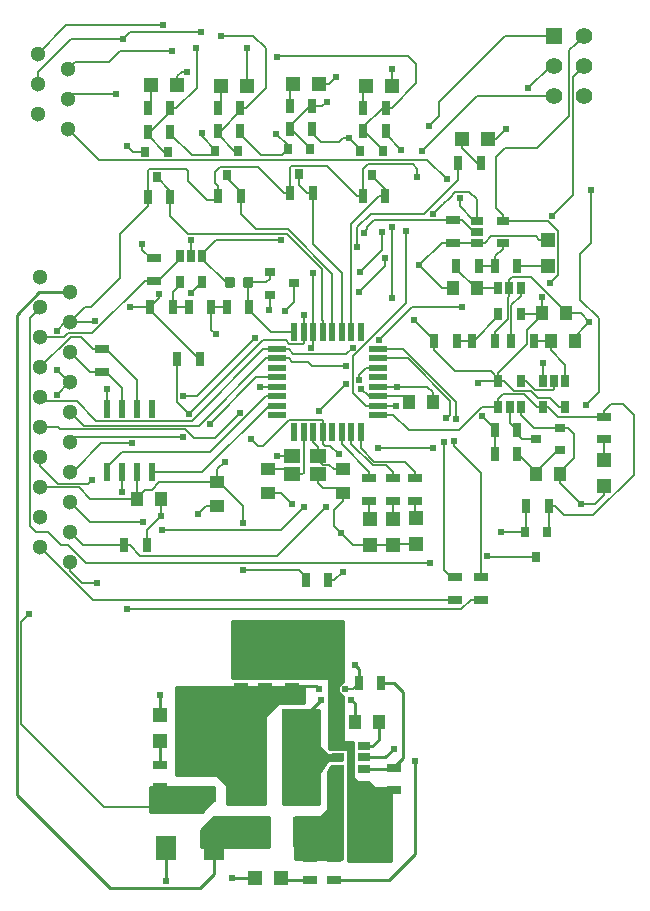
<source format=gtl>
G04 #@! TF.GenerationSoftware,KiCad,Pcbnew,5.0.2-bee76a0~70~ubuntu18.04.1*
G04 #@! TF.CreationDate,2019-04-03T21:09:33-04:00*
G04 #@! TF.ProjectId,Brakelight_Shutdown_BSPD,4272616b-656c-4696-9768-745f53687574,rev?*
G04 #@! TF.SameCoordinates,Original*
G04 #@! TF.FileFunction,Copper,L1,Top*
G04 #@! TF.FilePolarity,Positive*
%FSLAX46Y46*%
G04 Gerber Fmt 4.6, Leading zero omitted, Abs format (unit mm)*
G04 Created by KiCad (PCBNEW 5.0.2-bee76a0~70~ubuntu18.04.1) date Wed 03 Apr 2019 09:09:33 PM EDT*
%MOMM*%
%LPD*%
G01*
G04 APERTURE LIST*
G04 #@! TA.AperFunction,SMDPad,CuDef*
%ADD10R,0.800000X0.900000*%
G04 #@! TD*
G04 #@! TA.AperFunction,SMDPad,CuDef*
%ADD11R,0.700000X1.300000*%
G04 #@! TD*
G04 #@! TA.AperFunction,SMDPad,CuDef*
%ADD12R,1.400000X1.200000*%
G04 #@! TD*
G04 #@! TA.AperFunction,SMDPad,CuDef*
%ADD13R,1.000000X1.250000*%
G04 #@! TD*
G04 #@! TA.AperFunction,SMDPad,CuDef*
%ADD14R,1.250000X1.000000*%
G04 #@! TD*
G04 #@! TA.AperFunction,SMDPad,CuDef*
%ADD15R,1.200000X1.200000*%
G04 #@! TD*
G04 #@! TA.AperFunction,SMDPad,CuDef*
%ADD16R,0.900000X2.500000*%
G04 #@! TD*
G04 #@! TA.AperFunction,SMDPad,CuDef*
%ADD17R,3.300000X8.200000*%
G04 #@! TD*
G04 #@! TA.AperFunction,SMDPad,CuDef*
%ADD18R,1.300000X0.700000*%
G04 #@! TD*
G04 #@! TA.AperFunction,SMDPad,CuDef*
%ADD19R,1.060000X0.650000*%
G04 #@! TD*
G04 #@! TA.AperFunction,SMDPad,CuDef*
%ADD20R,1.000000X1.600000*%
G04 #@! TD*
G04 #@! TA.AperFunction,SMDPad,CuDef*
%ADD21R,1.778000X2.159000*%
G04 #@! TD*
G04 #@! TA.AperFunction,SMDPad,CuDef*
%ADD22R,3.200000X1.000000*%
G04 #@! TD*
G04 #@! TA.AperFunction,SMDPad,CuDef*
%ADD23R,1.600000X0.550000*%
G04 #@! TD*
G04 #@! TA.AperFunction,SMDPad,CuDef*
%ADD24R,0.550000X1.600000*%
G04 #@! TD*
G04 #@! TA.AperFunction,ComponentPad*
%ADD25C,1.300000*%
G04 #@! TD*
G04 #@! TA.AperFunction,ComponentPad*
%ADD26R,1.400000X1.400000*%
G04 #@! TD*
G04 #@! TA.AperFunction,ComponentPad*
%ADD27C,1.400000*%
G04 #@! TD*
G04 #@! TA.AperFunction,SMDPad,CuDef*
%ADD28R,0.900000X0.800000*%
G04 #@! TD*
G04 #@! TA.AperFunction,Conductor*
%ADD29C,2.000000*%
G04 #@! TD*
G04 #@! TA.AperFunction,SMDPad,CuDef*
%ADD30C,0.875000*%
G04 #@! TD*
G04 #@! TA.AperFunction,SMDPad,CuDef*
%ADD31R,0.650000X1.060000*%
G04 #@! TD*
G04 #@! TA.AperFunction,SMDPad,CuDef*
%ADD32R,0.600000X1.550000*%
G04 #@! TD*
G04 #@! TA.AperFunction,ViaPad*
%ADD33C,0.609600*%
G04 #@! TD*
G04 #@! TA.AperFunction,Conductor*
%ADD34C,0.254000*%
G04 #@! TD*
G04 #@! TA.AperFunction,Conductor*
%ADD35C,0.152400*%
G04 #@! TD*
G04 #@! TA.AperFunction,Conductor*
%ADD36C,0.600000*%
G04 #@! TD*
G04 #@! TA.AperFunction,Conductor*
%ADD37C,0.800000*%
G04 #@! TD*
G04 #@! TA.AperFunction,Conductor*
%ADD38C,0.700000*%
G04 #@! TD*
G04 #@! TA.AperFunction,Conductor*
%ADD39C,0.500000*%
G04 #@! TD*
G04 #@! TA.AperFunction,Conductor*
%ADD40C,0.250000*%
G04 #@! TD*
G04 #@! TA.AperFunction,Conductor*
%ADD41C,0.300000*%
G04 #@! TD*
G04 APERTURE END LIST*
D10*
G04 #@! TO.P,Q7,3*
G04 #@! TO.N,/SS_TSMS_Pin*
X186984600Y-64939600D03*
G04 #@! TO.P,Q7,2*
G04 #@! TO.N,GND*
X186034600Y-62839600D03*
G04 #@! TO.P,Q7,1*
G04 #@! TO.N,/Shutdown_Sense_TSMS*
X187934600Y-62839600D03*
G04 #@! TD*
D11*
G04 #@! TO.P,R1,1*
G04 #@! TO.N,VCC*
X187553600Y-99364800D03*
G04 #@! TO.P,R1,2*
G04 #@! TO.N,Net-(C2-Pad1)*
X189453600Y-99364800D03*
G04 #@! TD*
D12*
G04 #@! TO.P,Y1,1*
G04 #@! TO.N,Net-(C3-Pad1)*
X188623300Y-88798400D03*
G04 #@! TO.P,Y1,2*
G04 #@! TO.N,GND*
X186423300Y-88798400D03*
G04 #@! TO.P,Y1,3*
G04 #@! TO.N,Net-(C4-Pad1)*
X186423300Y-90398400D03*
G04 #@! TO.P,Y1,4*
G04 #@! TO.N,GND*
X188623300Y-90398400D03*
G04 #@! TD*
D13*
G04 #@! TO.P,C11,1*
G04 #@! TO.N,Net-(C11-Pad1)*
X193732564Y-111347091D03*
G04 #@! TO.P,C11,2*
G04 #@! TO.N,Net-(C11-Pad2)*
X191732564Y-111347091D03*
G04 #@! TD*
D14*
G04 #@! TO.P,C13,1*
G04 #@! TO.N,Net-(C12-Pad1)*
X184096564Y-108537091D03*
G04 #@! TO.P,C13,2*
G04 #@! TO.N,GND*
X184096564Y-106537091D03*
G04 #@! TD*
G04 #@! TO.P,C12,1*
G04 #@! TO.N,Net-(C12-Pad1)*
X186382564Y-108537091D03*
G04 #@! TO.P,C12,2*
G04 #@! TO.N,GND*
X186382564Y-106537091D03*
G04 #@! TD*
D15*
G04 #@! TO.P,D6,2*
G04 #@! TO.N,Net-(D6-Pad2)*
X175206564Y-112955091D03*
G04 #@! TO.P,D6,1*
G04 #@! TO.N,GND*
X175206564Y-110755091D03*
G04 #@! TD*
D16*
G04 #@! TO.P,F1,1*
G04 #@! TO.N,+12V*
X184049064Y-120637591D03*
G04 #@! TO.P,F1,2*
G04 #@! TO.N,/12V_Fused*
X186949064Y-120637591D03*
G04 #@! TD*
D17*
G04 #@! TO.P,L1,1*
G04 #@! TO.N,Net-(C11-Pad2)*
X187145064Y-114331591D03*
G04 #@! TO.P,L1,2*
G04 #@! TO.N,Net-(C12-Pad1)*
X182445064Y-114331591D03*
G04 #@! TD*
D18*
G04 #@! TO.P,R10,1*
G04 #@! TO.N,/12V_Fused*
X187906564Y-122843091D03*
G04 #@! TO.P,R10,2*
G04 #@! TO.N,Net-(D3-Pad2)*
X187906564Y-124743091D03*
G04 #@! TD*
G04 #@! TO.P,R12,1*
G04 #@! TO.N,/12V_Fused*
X189938564Y-122843091D03*
G04 #@! TO.P,R12,2*
G04 #@! TO.N,Net-(R12-Pad2)*
X189938564Y-124743091D03*
G04 #@! TD*
G04 #@! TO.P,R20,1*
G04 #@! TO.N,VCC*
X175206564Y-116869091D03*
G04 #@! TO.P,R20,2*
G04 #@! TO.N,Net-(D6-Pad2)*
X175206564Y-114969091D03*
G04 #@! TD*
D19*
G04 #@! TO.P,U4,1*
G04 #@! TO.N,GND*
X190299064Y-113406991D03*
G04 #@! TO.P,U4,2*
G04 #@! TO.N,Net-(C11-Pad2)*
X190299064Y-114356991D03*
G04 #@! TO.P,U4,3*
G04 #@! TO.N,/12V_Fused*
X190299064Y-115306991D03*
G04 #@! TO.P,U4,4*
G04 #@! TO.N,Net-(R15-Pad1)*
X192499064Y-115306991D03*
G04 #@! TO.P,U4,6*
G04 #@! TO.N,Net-(C11-Pad1)*
X192499064Y-113406991D03*
G04 #@! TO.P,U4,5*
G04 #@! TO.N,Net-(R12-Pad2)*
X192499064Y-114356991D03*
G04 #@! TD*
D20*
G04 #@! TO.P,C7,1*
G04 #@! TO.N,/12V_Fused*
X190216564Y-117697091D03*
G04 #@! TO.P,C7,2*
G04 #@! TO.N,GND*
X193216564Y-117697091D03*
G04 #@! TD*
D14*
G04 #@! TO.P,C14,1*
G04 #@! TO.N,Net-(C12-Pad1)*
X182064564Y-108537091D03*
G04 #@! TO.P,C14,2*
G04 #@! TO.N,GND*
X182064564Y-106537091D03*
G04 #@! TD*
D15*
G04 #@! TO.P,D3,2*
G04 #@! TO.N,Net-(D3-Pad2)*
X185450564Y-124555091D03*
G04 #@! TO.P,D3,1*
G04 #@! TO.N,GND*
X183250564Y-124555091D03*
G04 #@! TD*
D21*
G04 #@! TO.P,D2,2*
G04 #@! TO.N,GND*
X175714564Y-122015091D03*
G04 #@! TO.P,D2,1*
G04 #@! TO.N,+12V*
X179778564Y-122015091D03*
G04 #@! TD*
D22*
G04 #@! TO.P,R19,1*
G04 #@! TO.N,VCC*
X178381564Y-117622091D03*
G04 #@! TO.P,R19,2*
G04 #@! TO.N,Net-(C12-Pad1)*
X178381564Y-111422091D03*
G04 #@! TD*
D18*
G04 #@! TO.P,R15,1*
G04 #@! TO.N,Net-(R15-Pad1)*
X195018564Y-115223091D03*
G04 #@! TO.P,R15,2*
G04 #@! TO.N,GND*
X195018564Y-117123091D03*
G04 #@! TD*
D11*
G04 #@! TO.P,R16,1*
G04 #@! TO.N,Net-(R15-Pad1)*
X193936564Y-108045091D03*
G04 #@! TO.P,R16,2*
G04 #@! TO.N,Net-(C12-Pad1)*
X192036564Y-108045091D03*
G04 #@! TD*
D14*
G04 #@! TO.P,C1,2*
G04 #@! TO.N,GND*
X180086000Y-93065600D03*
G04 #@! TO.P,C1,1*
G04 #@! TO.N,VCC*
X180086000Y-91065600D03*
G04 #@! TD*
D13*
G04 #@! TO.P,C2,1*
G04 #@! TO.N,Net-(C2-Pad1)*
X196316600Y-84226400D03*
G04 #@! TO.P,C2,2*
G04 #@! TO.N,GND*
X198316600Y-84226400D03*
G04 #@! TD*
D14*
G04 #@! TO.P,C3,2*
G04 #@! TO.N,GND*
X190741300Y-91973400D03*
G04 #@! TO.P,C3,1*
G04 #@! TO.N,Net-(C3-Pad1)*
X190741300Y-89973400D03*
G04 #@! TD*
G04 #@! TO.P,C4,2*
G04 #@! TO.N,GND*
X184391300Y-91941400D03*
G04 #@! TO.P,C4,1*
G04 #@! TO.N,Net-(C4-Pad1)*
X184391300Y-89941400D03*
G04 #@! TD*
D13*
G04 #@! TO.P,C5,1*
G04 #@! TO.N,Net-(C5-Pad1)*
X202041000Y-74650600D03*
G04 #@! TO.P,C5,2*
G04 #@! TO.N,GND*
X200041000Y-74650600D03*
G04 #@! TD*
G04 #@! TO.P,C6,1*
G04 #@! TO.N,Net-(C6-Pad1)*
X207060800Y-90322400D03*
G04 #@! TO.P,C6,2*
G04 #@! TO.N,GND*
X209060800Y-90322400D03*
G04 #@! TD*
G04 #@! TO.P,C8,2*
G04 #@! TO.N,GND*
X209568800Y-76758800D03*
G04 #@! TO.P,C8,1*
G04 #@! TO.N,VCC*
X207568800Y-76758800D03*
G04 #@! TD*
G04 #@! TO.P,C9,1*
G04 #@! TO.N,VCC*
X173278800Y-92456000D03*
G04 #@! TO.P,C9,2*
G04 #@! TO.N,GND*
X175278800Y-92456000D03*
G04 #@! TD*
G04 #@! TO.P,C10,1*
G04 #@! TO.N,Net-(C10-Pad1)*
X208321400Y-79121000D03*
G04 #@! TO.P,C10,2*
G04 #@! TO.N,GND*
X210321400Y-79121000D03*
G04 #@! TD*
D15*
G04 #@! TO.P,D1,1*
G04 #@! TO.N,GND*
X208102200Y-70545600D03*
G04 #@! TO.P,D1,2*
G04 #@! TO.N,Net-(D1-Pad2)*
X208102200Y-72745600D03*
G04 #@! TD*
G04 #@! TO.P,D4,1*
G04 #@! TO.N,GND*
X212826600Y-91346200D03*
G04 #@! TO.P,D4,2*
G04 #@! TO.N,Net-(D4-Pad2)*
X212826600Y-89146200D03*
G04 #@! TD*
G04 #@! TO.P,D5,2*
G04 #@! TO.N,Net-(D5-Pad2)*
X196900800Y-94111900D03*
G04 #@! TO.P,D5,1*
G04 #@! TO.N,GND*
X196900800Y-96311900D03*
G04 #@! TD*
G04 #@! TO.P,D7,2*
G04 #@! TO.N,Net-(D7-Pad2)*
X174472600Y-57454800D03*
G04 #@! TO.P,D7,1*
G04 #@! TO.N,GND*
X176672600Y-57454800D03*
G04 #@! TD*
G04 #@! TO.P,D8,1*
G04 #@! TO.N,GND*
X194902000Y-57480200D03*
G04 #@! TO.P,D8,2*
G04 #@! TO.N,Net-(D8-Pad2)*
X192702000Y-57480200D03*
G04 #@! TD*
G04 #@! TO.P,D9,2*
G04 #@! TO.N,Net-(D9-Pad2)*
X180383000Y-57480200D03*
G04 #@! TO.P,D9,1*
G04 #@! TO.N,GND*
X182583000Y-57480200D03*
G04 #@! TD*
G04 #@! TO.P,D10,2*
G04 #@! TO.N,Net-(D10-Pad2)*
X186471200Y-57353200D03*
G04 #@! TO.P,D10,1*
G04 #@! TO.N,GND*
X188671200Y-57353200D03*
G04 #@! TD*
G04 #@! TO.P,D12,1*
G04 #@! TO.N,GND*
X194995800Y-96332400D03*
G04 #@! TO.P,D12,2*
G04 #@! TO.N,Net-(D12-Pad2)*
X194995800Y-94132400D03*
G04 #@! TD*
G04 #@! TO.P,D13,2*
G04 #@! TO.N,Net-(D13-Pad2)*
X193027300Y-94132400D03*
G04 #@! TO.P,D13,1*
G04 #@! TO.N,GND*
X193027300Y-96332400D03*
G04 #@! TD*
D23*
G04 #@! TO.P,IC1,1*
G04 #@! TO.N,/MISO*
X185157800Y-79775400D03*
G04 #@! TO.P,IC1,2*
G04 #@! TO.N,/MOSI*
X185157800Y-80575400D03*
G04 #@! TO.P,IC1,3*
G04 #@! TO.N,Net-(IC1-Pad3)*
X185157800Y-81375400D03*
G04 #@! TO.P,IC1,4*
G04 #@! TO.N,VCC*
X185157800Y-82175400D03*
G04 #@! TO.P,IC1,5*
G04 #@! TO.N,GND*
X185157800Y-82975400D03*
G04 #@! TO.P,IC1,6*
G04 #@! TO.N,/TXCAN*
X185157800Y-83775400D03*
G04 #@! TO.P,IC1,7*
G04 #@! TO.N,/RXCAN*
X185157800Y-84575400D03*
G04 #@! TO.P,IC1,8*
G04 #@! TO.N,Net-(IC1-Pad8)*
X185157800Y-85375400D03*
D24*
G04 #@! TO.P,IC1,9*
G04 #@! TO.N,Net-(IC1-Pad9)*
X186607800Y-86825400D03*
G04 #@! TO.P,IC1,10*
G04 #@! TO.N,Net-(C4-Pad1)*
X187407800Y-86825400D03*
G04 #@! TO.P,IC1,11*
G04 #@! TO.N,Net-(C3-Pad1)*
X188207800Y-86825400D03*
G04 #@! TO.P,IC1,12*
G04 #@! TO.N,/SCK*
X189007800Y-86825400D03*
G04 #@! TO.P,IC1,13*
G04 #@! TO.N,Net-(IC1-Pad13)*
X189807800Y-86825400D03*
G04 #@! TO.P,IC1,14*
G04 #@! TO.N,/LED_1*
X190607800Y-86825400D03*
G04 #@! TO.P,IC1,15*
G04 #@! TO.N,/LED_2*
X191407800Y-86825400D03*
G04 #@! TO.P,IC1,16*
G04 #@! TO.N,/LED_3*
X192207800Y-86825400D03*
D23*
G04 #@! TO.P,IC1,17*
G04 #@! TO.N,/BSPD_Relay_Sense*
X193657800Y-85375400D03*
G04 #@! TO.P,IC1,18*
G04 #@! TO.N,/BSPD_Current_Sense*
X193657800Y-84575400D03*
G04 #@! TO.P,IC1,19*
G04 #@! TO.N,Net-(C2-Pad1)*
X193657800Y-83775400D03*
G04 #@! TO.P,IC1,20*
G04 #@! TO.N,GND*
X193657800Y-82975400D03*
G04 #@! TO.P,IC1,21*
G04 #@! TO.N,Net-(IC1-Pad21)*
X193657800Y-82175400D03*
G04 #@! TO.P,IC1,22*
G04 #@! TO.N,/Brake_Pressure_Sense*
X193657800Y-81375400D03*
G04 #@! TO.P,IC1,23*
G04 #@! TO.N,Net-(IC1-Pad23)*
X193657800Y-80575400D03*
G04 #@! TO.P,IC1,24*
G04 #@! TO.N,Net-(IC1-Pad24)*
X193657800Y-79775400D03*
D24*
G04 #@! TO.P,IC1,25*
G04 #@! TO.N,Net-(IC1-Pad25)*
X192207800Y-78325400D03*
G04 #@! TO.P,IC1,26*
G04 #@! TO.N,/SS_E-Stop_Pin*
X191407800Y-78325400D03*
G04 #@! TO.P,IC1,27*
G04 #@! TO.N,/SS_TSMS_Pin*
X190607800Y-78325400D03*
G04 #@! TO.P,IC1,28*
G04 #@! TO.N,/SS_BSPD_Pin*
X189807800Y-78325400D03*
G04 #@! TO.P,IC1,29*
G04 #@! TO.N,/SS_Main_Shutdown_Pin*
X189007800Y-78325400D03*
G04 #@! TO.P,IC1,30*
G04 #@! TO.N,/Cooling_Pump_LSD*
X188207800Y-78325400D03*
G04 #@! TO.P,IC1,31*
G04 #@! TO.N,/RESET*
X187407800Y-78325400D03*
G04 #@! TO.P,IC1,32*
G04 #@! TO.N,/Brakelight_Gate*
X186607800Y-78325400D03*
G04 #@! TD*
D25*
G04 #@! TO.P,J1,5*
G04 #@! TO.N,/Cooling_Pressure_Sense*
X164896800Y-59842400D03*
G04 #@! TO.P,J1,3*
G04 #@! TO.N,/Shutdown_Sense_BSPD*
X164896800Y-57302400D03*
G04 #@! TO.P,J1,1*
G04 #@! TO.N,/Shutdown_Sense_GLVMS*
X164896800Y-54762400D03*
G04 #@! TO.P,J1,2*
G04 #@! TO.N,/Shutdown_Sense_Estop*
X167436800Y-56032400D03*
G04 #@! TO.P,J1,4*
G04 #@! TO.N,/Shutdown_Sense_TSMS*
X167436800Y-58572400D03*
G04 #@! TO.P,J1,6*
G04 #@! TO.N,/BSPD_Current_Sense*
X167436800Y-61112400D03*
G04 #@! TD*
G04 #@! TO.P,J2,5*
G04 #@! TO.N,/Brake_Switch-*
X165100000Y-78790800D03*
G04 #@! TO.P,J2,3*
G04 #@! TO.N,/BSPD_Relay*
X165100000Y-76250800D03*
G04 #@! TO.P,J2,1*
G04 #@! TO.N,GND*
X165100000Y-73710800D03*
G04 #@! TO.P,J2,7*
G04 #@! TO.N,/CAN_low*
X165100000Y-81330800D03*
G04 #@! TO.P,J2,2*
G04 #@! TO.N,+12V*
X167640000Y-74980800D03*
G04 #@! TO.P,J2,4*
G04 #@! TO.N,VCC*
X167640000Y-77520800D03*
G04 #@! TO.P,J2,6*
G04 #@! TO.N,/CAN_high*
X167640000Y-80060800D03*
G04 #@! TO.P,J2,8*
G04 #@! TO.N,VCC*
X167640000Y-82600800D03*
G04 #@! TO.P,J2,9*
G04 #@! TO.N,/MISO*
X165100000Y-83870800D03*
G04 #@! TO.P,J2,10*
G04 #@! TO.N,/MOSI*
X167640000Y-85140800D03*
G04 #@! TO.P,J2,11*
G04 #@! TO.N,/SCK*
X165100000Y-86410800D03*
G04 #@! TO.P,J2,12*
G04 #@! TO.N,/RESET*
X167640000Y-87680800D03*
G04 #@! TO.P,J2,13*
G04 #@! TO.N,/Cooling_Pump_LSD*
X165100000Y-88950800D03*
G04 #@! TO.P,J2,14*
G04 #@! TO.N,/Brakelight_LSD*
X167640000Y-90220800D03*
G04 #@! TO.P,J2,15*
G04 #@! TO.N,VCC*
X165100000Y-91490800D03*
G04 #@! TO.P,J2,16*
G04 #@! TO.N,/Brake_Pressure_Sense*
X167640000Y-92760800D03*
G04 #@! TO.P,J2,17*
G04 #@! TO.N,GND*
X165100000Y-94030800D03*
G04 #@! TO.P,J2,18*
G04 #@! TO.N,/BSPD_Current_Sense*
X167640000Y-95300800D03*
G04 #@! TO.P,J2,19*
G04 #@! TO.N,/RJ45_LED1*
X165100000Y-96570800D03*
G04 #@! TO.P,J2,20*
G04 #@! TO.N,/RJ45_LED2*
X167640000Y-97840800D03*
G04 #@! TD*
D26*
G04 #@! TO.P,J3,1*
G04 #@! TO.N,/MISO*
X208584800Y-53238400D03*
D27*
G04 #@! TO.P,J3,2*
G04 #@! TO.N,VCC*
X211124800Y-53238400D03*
G04 #@! TO.P,J3,3*
G04 #@! TO.N,/SCK*
X208584800Y-55778400D03*
G04 #@! TO.P,J3,4*
G04 #@! TO.N,/MOSI*
X211124800Y-55778400D03*
G04 #@! TO.P,J3,5*
G04 #@! TO.N,/RESET*
X208584800Y-58318400D03*
G04 #@! TO.P,J3,6*
G04 #@! TO.N,GND*
X211124800Y-58318400D03*
G04 #@! TD*
D28*
G04 #@! TO.P,Q1,3*
G04 #@! TO.N,Net-(Q1-Pad3)*
X207035400Y-87401400D03*
G04 #@! TO.P,Q1,2*
G04 #@! TO.N,GND*
X209135400Y-86451400D03*
G04 #@! TO.P,Q1,1*
G04 #@! TO.N,Net-(C6-Pad1)*
X209135400Y-88351400D03*
G04 #@! TD*
D10*
G04 #@! TO.P,Q2,3*
G04 #@! TO.N,/BSPD_Relay*
X207076000Y-97350000D03*
G04 #@! TO.P,Q2,2*
G04 #@! TO.N,GND*
X206126000Y-95250000D03*
G04 #@! TO.P,Q2,1*
G04 #@! TO.N,/BSPD_Relay_Sense*
X208026000Y-95250000D03*
G04 #@! TD*
G04 #@! TO.P,Q3,1*
G04 #@! TO.N,/Shutdown_Sense_GLVMS*
X175881951Y-63076371D03*
G04 #@! TO.P,Q3,2*
G04 #@! TO.N,GND*
X173981951Y-63076371D03*
G04 #@! TO.P,Q3,3*
G04 #@! TO.N,/SS_Main_Shutdown_Pin*
X174931951Y-65176371D03*
G04 #@! TD*
G04 #@! TO.P,Q4,1*
G04 #@! TO.N,/Shutdown_Sense_Estop*
X194091600Y-62974800D03*
G04 #@! TO.P,Q4,2*
G04 #@! TO.N,GND*
X192191600Y-62974800D03*
G04 #@! TO.P,Q4,3*
G04 #@! TO.N,/SS_E-Stop_Pin*
X193141600Y-65074800D03*
G04 #@! TD*
G04 #@! TO.P,Q5,1*
G04 #@! TO.N,/Shutdown_Sense_BSPD*
X181823400Y-62974800D03*
G04 #@! TO.P,Q5,2*
G04 #@! TO.N,GND*
X179923400Y-62974800D03*
G04 #@! TO.P,Q5,3*
G04 #@! TO.N,/SS_BSPD_Pin*
X180873400Y-65074800D03*
G04 #@! TD*
D28*
G04 #@! TO.P,Q6,1*
G04 #@! TO.N,/Brakelight_Gate*
X184513800Y-73268800D03*
G04 #@! TO.P,Q6,2*
G04 #@! TO.N,GND*
X184513800Y-75168800D03*
G04 #@! TO.P,Q6,3*
G04 #@! TO.N,/Brakelight_LSD*
X186613800Y-74218800D03*
G04 #@! TD*
D18*
G04 #@! TO.P,R2,2*
G04 #@! TO.N,GND*
X200025000Y-70774600D03*
G04 #@! TO.P,R2,1*
G04 #@! TO.N,/Brake_Switch_Pressed*
X200025000Y-68874600D03*
G04 #@! TD*
D11*
G04 #@! TO.P,R3,2*
G04 #@! TO.N,/RESET*
X176672200Y-80619600D03*
G04 #@! TO.P,R3,1*
G04 #@! TO.N,VCC*
X178572200Y-80619600D03*
G04 #@! TD*
G04 #@! TO.P,R4,1*
G04 #@! TO.N,GND*
X174091600Y-96393000D03*
G04 #@! TO.P,R4,2*
G04 #@! TO.N,/BSPD_Current_Sense*
X172191600Y-96393000D03*
G04 #@! TD*
G04 #@! TO.P,R5,2*
G04 #@! TO.N,Net-(D1-Pad2)*
X205486000Y-72720200D03*
G04 #@! TO.P,R5,1*
G04 #@! TO.N,Net-(R5-Pad1)*
X203586000Y-72720200D03*
G04 #@! TD*
G04 #@! TO.P,R6,1*
G04 #@! TO.N,VCC*
X203560600Y-88671400D03*
G04 #@! TO.P,R6,2*
G04 #@! TO.N,Net-(C6-Pad1)*
X205460600Y-88671400D03*
G04 #@! TD*
G04 #@! TO.P,R7,1*
G04 #@! TO.N,Net-(R5-Pad1)*
X202209400Y-72720200D03*
G04 #@! TO.P,R7,2*
G04 #@! TO.N,Net-(C5-Pad1)*
X200309400Y-72720200D03*
G04 #@! TD*
G04 #@! TO.P,R8,1*
G04 #@! TO.N,VCC*
X198455200Y-79095600D03*
G04 #@! TO.P,R8,2*
G04 #@! TO.N,Net-(R11-Pad1)*
X200355200Y-79095600D03*
G04 #@! TD*
G04 #@! TO.P,R9,2*
G04 #@! TO.N,VCC*
X203560600Y-86664800D03*
G04 #@! TO.P,R9,1*
G04 #@! TO.N,Net-(Q1-Pad3)*
X205460600Y-86664800D03*
G04 #@! TD*
G04 #@! TO.P,R11,2*
G04 #@! TO.N,GND*
X203565800Y-79095600D03*
G04 #@! TO.P,R11,1*
G04 #@! TO.N,Net-(R11-Pad1)*
X201665800Y-79095600D03*
G04 #@! TD*
G04 #@! TO.P,R13,1*
G04 #@! TO.N,Net-(C10-Pad1)*
X206867800Y-79121000D03*
G04 #@! TO.P,R13,2*
G04 #@! TO.N,Net-(R13-Pad2)*
X204967800Y-79121000D03*
G04 #@! TD*
D18*
G04 #@! TO.P,R14,1*
G04 #@! TO.N,/CAN_high*
X170357800Y-81683900D03*
G04 #@! TO.P,R14,2*
G04 #@! TO.N,/CAN_low*
X170357800Y-79783900D03*
G04 #@! TD*
G04 #@! TO.P,R17,2*
G04 #@! TO.N,Net-(D4-Pad2)*
X212801200Y-87426800D03*
G04 #@! TO.P,R17,1*
G04 #@! TO.N,/BSPD_Relay_Sense*
X212801200Y-85526800D03*
G04 #@! TD*
D11*
G04 #@! TO.P,R18,2*
G04 #@! TO.N,GND*
X206248000Y-93065600D03*
G04 #@! TO.P,R18,1*
G04 #@! TO.N,/BSPD_Relay_Sense*
X208148000Y-93065600D03*
G04 #@! TD*
G04 #@! TO.P,R21,1*
G04 #@! TO.N,/Shutdown_Sense_GLVMS*
X176100351Y-59380671D03*
G04 #@! TO.P,R21,2*
G04 #@! TO.N,Net-(D7-Pad2)*
X174200351Y-59380671D03*
G04 #@! TD*
G04 #@! TO.P,R22,2*
G04 #@! TO.N,GND*
X176100351Y-61374571D03*
G04 #@! TO.P,R22,1*
G04 #@! TO.N,/Shutdown_Sense_GLVMS*
X174200351Y-61374571D03*
G04 #@! TD*
G04 #@! TO.P,R23,1*
G04 #@! TO.N,VCC*
X174187651Y-66873671D03*
G04 #@! TO.P,R23,2*
G04 #@! TO.N,/SS_Main_Shutdown_Pin*
X176087651Y-66873671D03*
G04 #@! TD*
G04 #@! TO.P,R24,2*
G04 #@! TO.N,VCC*
X174401400Y-76200000D03*
G04 #@! TO.P,R24,1*
G04 #@! TO.N,Net-(R24-Pad1)*
X176301400Y-76200000D03*
G04 #@! TD*
D18*
G04 #@! TO.P,R25,2*
G04 #@! TO.N,/Brake_Switch-*
X174726600Y-74000400D03*
G04 #@! TO.P,R25,1*
G04 #@! TO.N,GND*
X174726600Y-72100400D03*
G04 #@! TD*
D11*
G04 #@! TO.P,R26,2*
G04 #@! TO.N,Net-(D8-Pad2)*
X192430400Y-59334400D03*
G04 #@! TO.P,R26,1*
G04 #@! TO.N,/Shutdown_Sense_Estop*
X194330400Y-59334400D03*
G04 #@! TD*
G04 #@! TO.P,R27,1*
G04 #@! TO.N,GND*
X179573000Y-76200000D03*
G04 #@! TO.P,R27,2*
G04 #@! TO.N,Net-(R24-Pad1)*
X177673000Y-76200000D03*
G04 #@! TD*
G04 #@! TO.P,R28,2*
G04 #@! TO.N,Net-(D9-Pad2)*
X180126600Y-59334400D03*
G04 #@! TO.P,R28,1*
G04 #@! TO.N,/Shutdown_Sense_BSPD*
X182026600Y-59334400D03*
G04 #@! TD*
G04 #@! TO.P,R29,1*
G04 #@! TO.N,/Shutdown_Sense_Estop*
X192420200Y-61290200D03*
G04 #@! TO.P,R29,2*
G04 #@! TO.N,GND*
X194320200Y-61290200D03*
G04 #@! TD*
G04 #@! TO.P,R30,1*
G04 #@! TO.N,/Shutdown_Sense_BSPD*
X180126600Y-61290200D03*
G04 #@! TO.P,R30,2*
G04 #@! TO.N,GND*
X182026600Y-61290200D03*
G04 #@! TD*
G04 #@! TO.P,R31,1*
G04 #@! TO.N,VCC*
X192384600Y-66802000D03*
G04 #@! TO.P,R31,2*
G04 #@! TO.N,/SS_E-Stop_Pin*
X194284600Y-66802000D03*
G04 #@! TD*
G04 #@! TO.P,R32,2*
G04 #@! TO.N,/SS_BSPD_Pin*
X182052000Y-66802000D03*
G04 #@! TO.P,R32,1*
G04 #@! TO.N,VCC*
X180152000Y-66802000D03*
G04 #@! TD*
D29*
G04 #@! TO.N,/Brakelight_Gate*
G04 #@! TO.C,R33*
G36*
X182942391Y-73643253D02*
X182963626Y-73646403D01*
X182984450Y-73651619D01*
X183004662Y-73658851D01*
X183024068Y-73668030D01*
X183042481Y-73679066D01*
X183059724Y-73691854D01*
X183075630Y-73706270D01*
X183090046Y-73722176D01*
X183102834Y-73739419D01*
X183113870Y-73757832D01*
X183123049Y-73777238D01*
X183130281Y-73797450D01*
X183135497Y-73818274D01*
X183138647Y-73839509D01*
X183139700Y-73860950D01*
X183139700Y-74373450D01*
X183138647Y-74394891D01*
X183135497Y-74416126D01*
X183130281Y-74436950D01*
X183123049Y-74457162D01*
X183113870Y-74476568D01*
X183102834Y-74494981D01*
X183090046Y-74512224D01*
X183075630Y-74528130D01*
X183059724Y-74542546D01*
X183042481Y-74555334D01*
X183024068Y-74566370D01*
X183004662Y-74575549D01*
X182984450Y-74582781D01*
X182963626Y-74587997D01*
X182942391Y-74591147D01*
X182920950Y-74592200D01*
X182483450Y-74592200D01*
X182462009Y-74591147D01*
X182440774Y-74587997D01*
X182419950Y-74582781D01*
X182399738Y-74575549D01*
X182380332Y-74566370D01*
X182361919Y-74555334D01*
X182344676Y-74542546D01*
X182328770Y-74528130D01*
X182314354Y-74512224D01*
X182301566Y-74494981D01*
X182290530Y-74476568D01*
X182281351Y-74457162D01*
X182274119Y-74436950D01*
X182268903Y-74416126D01*
X182265753Y-74394891D01*
X182264700Y-74373450D01*
X182264700Y-73860950D01*
X182265753Y-73839509D01*
X182268903Y-73818274D01*
X182274119Y-73797450D01*
X182281351Y-73777238D01*
X182290530Y-73757832D01*
X182301566Y-73739419D01*
X182314354Y-73722176D01*
X182328770Y-73706270D01*
X182344676Y-73691854D01*
X182361919Y-73679066D01*
X182380332Y-73668030D01*
X182399738Y-73658851D01*
X182419950Y-73651619D01*
X182440774Y-73646403D01*
X182462009Y-73643253D01*
X182483450Y-73642200D01*
X182920950Y-73642200D01*
X182942391Y-73643253D01*
X182942391Y-73643253D01*
G37*
D30*
G04 #@! TD*
G04 #@! TO.P,R33,1*
G04 #@! TO.N,/Brakelight_Gate*
X182702200Y-74117200D03*
D29*
G04 #@! TO.N,/Brake_Switch_Pressed*
G04 #@! TO.C,R33*
G36*
X181367391Y-73643253D02*
X181388626Y-73646403D01*
X181409450Y-73651619D01*
X181429662Y-73658851D01*
X181449068Y-73668030D01*
X181467481Y-73679066D01*
X181484724Y-73691854D01*
X181500630Y-73706270D01*
X181515046Y-73722176D01*
X181527834Y-73739419D01*
X181538870Y-73757832D01*
X181548049Y-73777238D01*
X181555281Y-73797450D01*
X181560497Y-73818274D01*
X181563647Y-73839509D01*
X181564700Y-73860950D01*
X181564700Y-74373450D01*
X181563647Y-74394891D01*
X181560497Y-74416126D01*
X181555281Y-74436950D01*
X181548049Y-74457162D01*
X181538870Y-74476568D01*
X181527834Y-74494981D01*
X181515046Y-74512224D01*
X181500630Y-74528130D01*
X181484724Y-74542546D01*
X181467481Y-74555334D01*
X181449068Y-74566370D01*
X181429662Y-74575549D01*
X181409450Y-74582781D01*
X181388626Y-74587997D01*
X181367391Y-74591147D01*
X181345950Y-74592200D01*
X180908450Y-74592200D01*
X180887009Y-74591147D01*
X180865774Y-74587997D01*
X180844950Y-74582781D01*
X180824738Y-74575549D01*
X180805332Y-74566370D01*
X180786919Y-74555334D01*
X180769676Y-74542546D01*
X180753770Y-74528130D01*
X180739354Y-74512224D01*
X180726566Y-74494981D01*
X180715530Y-74476568D01*
X180706351Y-74457162D01*
X180699119Y-74436950D01*
X180693903Y-74416126D01*
X180690753Y-74394891D01*
X180689700Y-74373450D01*
X180689700Y-73860950D01*
X180690753Y-73839509D01*
X180693903Y-73818274D01*
X180699119Y-73797450D01*
X180706351Y-73777238D01*
X180715530Y-73757832D01*
X180726566Y-73739419D01*
X180739354Y-73722176D01*
X180753770Y-73706270D01*
X180769676Y-73691854D01*
X180786919Y-73679066D01*
X180805332Y-73668030D01*
X180824738Y-73658851D01*
X180844950Y-73651619D01*
X180865774Y-73646403D01*
X180887009Y-73643253D01*
X180908450Y-73642200D01*
X181345950Y-73642200D01*
X181367391Y-73643253D01*
X181367391Y-73643253D01*
G37*
D30*
G04 #@! TD*
G04 #@! TO.P,R33,2*
G04 #@! TO.N,/Brake_Switch_Pressed*
X181127200Y-74117200D03*
D11*
G04 #@! TO.P,R34,1*
G04 #@! TO.N,/Brakelight_Gate*
X182803800Y-76200000D03*
G04 #@! TO.P,R34,2*
G04 #@! TO.N,GND*
X180903800Y-76200000D03*
G04 #@! TD*
G04 #@! TO.P,R35,1*
G04 #@! TO.N,/Shutdown_Sense_TSMS*
X188112400Y-59232800D03*
G04 #@! TO.P,R35,2*
G04 #@! TO.N,Net-(D10-Pad2)*
X186212400Y-59232800D03*
G04 #@! TD*
G04 #@! TO.P,R37,2*
G04 #@! TO.N,GND*
X188137800Y-61188600D03*
G04 #@! TO.P,R37,1*
G04 #@! TO.N,/Shutdown_Sense_TSMS*
X186237800Y-61188600D03*
G04 #@! TD*
G04 #@! TO.P,R39,1*
G04 #@! TO.N,VCC*
X186263200Y-66598800D03*
G04 #@! TO.P,R39,2*
G04 #@! TO.N,/SS_TSMS_Pin*
X188163200Y-66598800D03*
G04 #@! TD*
D18*
G04 #@! TO.P,R41,1*
G04 #@! TO.N,/RJ45_LED1*
X200202800Y-101000600D03*
G04 #@! TO.P,R41,2*
G04 #@! TO.N,Net-(IC1-Pad23)*
X200202800Y-99100600D03*
G04 #@! TD*
G04 #@! TO.P,R42,2*
G04 #@! TO.N,/RJ45_LED2*
X202387200Y-100985400D03*
G04 #@! TO.P,R42,1*
G04 #@! TO.N,Net-(IC1-Pad24)*
X202387200Y-99085400D03*
G04 #@! TD*
G04 #@! TO.P,R44,2*
G04 #@! TO.N,Net-(D5-Pad2)*
X196837300Y-92605900D03*
G04 #@! TO.P,R44,1*
G04 #@! TO.N,/LED_3*
X196837300Y-90705900D03*
G04 #@! TD*
G04 #@! TO.P,R45,1*
G04 #@! TO.N,/LED_2*
X194932300Y-90708400D03*
G04 #@! TO.P,R45,2*
G04 #@! TO.N,Net-(D12-Pad2)*
X194932300Y-92608400D03*
G04 #@! TD*
G04 #@! TO.P,R46,2*
G04 #@! TO.N,Net-(D13-Pad2)*
X192963800Y-92608400D03*
G04 #@! TO.P,R46,1*
G04 #@! TO.N,/LED_1*
X192963800Y-90708400D03*
G04 #@! TD*
D19*
G04 #@! TO.P,U1,5*
G04 #@! TO.N,VCC*
X204249200Y-68900000D03*
G04 #@! TO.P,U1,4*
G04 #@! TO.N,Net-(R5-Pad1)*
X204249200Y-70800000D03*
G04 #@! TO.P,U1,3*
G04 #@! TO.N,GND*
X202049200Y-70800000D03*
G04 #@! TO.P,U1,2*
G04 #@! TO.N,/Brake_Switch_Pressed*
X202049200Y-69850000D03*
G04 #@! TO.P,U1,1*
G04 #@! TO.N,/BSPD_Current_Sense*
X202049200Y-68900000D03*
G04 #@! TD*
D31*
G04 #@! TO.P,U2,1*
G04 #@! TO.N,Net-(R13-Pad2)*
X205750200Y-74617400D03*
G04 #@! TO.P,U2,2*
G04 #@! TO.N,GND*
X204800200Y-74617400D03*
G04 #@! TO.P,U2,3*
G04 #@! TO.N,Net-(C5-Pad1)*
X203850200Y-74617400D03*
G04 #@! TO.P,U2,4*
G04 #@! TO.N,Net-(R11-Pad1)*
X203850200Y-76817400D03*
G04 #@! TO.P,U2,5*
G04 #@! TO.N,VCC*
X205750200Y-76817400D03*
G04 #@! TD*
D32*
G04 #@! TO.P,U3,1*
G04 #@! TO.N,/TXCAN*
X170738800Y-90228400D03*
G04 #@! TO.P,U3,2*
G04 #@! TO.N,GND*
X172008800Y-90228400D03*
G04 #@! TO.P,U3,3*
G04 #@! TO.N,VCC*
X173278800Y-90228400D03*
G04 #@! TO.P,U3,4*
G04 #@! TO.N,/RXCAN*
X174548800Y-90228400D03*
G04 #@! TO.P,U3,5*
G04 #@! TO.N,Net-(U3-Pad5)*
X174548800Y-84828400D03*
G04 #@! TO.P,U3,6*
G04 #@! TO.N,/CAN_low*
X173278800Y-84828400D03*
G04 #@! TO.P,U3,7*
G04 #@! TO.N,/CAN_high*
X172008800Y-84828400D03*
G04 #@! TO.P,U3,8*
G04 #@! TO.N,GND*
X170738800Y-84828400D03*
G04 #@! TD*
D31*
G04 #@! TO.P,U5,1*
G04 #@! TO.N,/BSPD_Relay_Sense*
X203875600Y-84683600D03*
G04 #@! TO.P,U5,2*
G04 #@! TO.N,Net-(Q1-Pad3)*
X204825600Y-84683600D03*
G04 #@! TO.P,U5,3*
G04 #@! TO.N,GND*
X205775600Y-84683600D03*
G04 #@! TO.P,U5,4*
G04 #@! TO.N,Net-(U5-Pad4)*
X205775600Y-82483600D03*
G04 #@! TO.P,U5,5*
G04 #@! TO.N,VCC*
X203875600Y-82483600D03*
G04 #@! TD*
G04 #@! TO.P,U6,5*
G04 #@! TO.N,VCC*
X209524600Y-84683600D03*
G04 #@! TO.P,U6,4*
G04 #@! TO.N,/BSPD_Relay_Sense*
X207624600Y-84683600D03*
G04 #@! TO.P,U6,3*
G04 #@! TO.N,GND*
X207624600Y-82483600D03*
G04 #@! TO.P,U6,2*
G04 #@! TO.N,Net-(U5-Pad4)*
X208574600Y-82483600D03*
G04 #@! TO.P,U6,1*
G04 #@! TO.N,Net-(C10-Pad1)*
X209524600Y-82483600D03*
G04 #@! TD*
G04 #@! TO.P,U7,1*
G04 #@! TO.N,/Brake_Switch_Pressed*
X178808600Y-71914800D03*
G04 #@! TO.P,U7,2*
G04 #@! TO.N,GND*
X177858600Y-71914800D03*
G04 #@! TO.P,U7,3*
G04 #@! TO.N,/Brake_Switch-*
X176908600Y-71914800D03*
G04 #@! TO.P,U7,4*
G04 #@! TO.N,Net-(R24-Pad1)*
X176908600Y-74114800D03*
G04 #@! TO.P,U7,5*
G04 #@! TO.N,VCC*
X178808600Y-74114800D03*
G04 #@! TD*
D15*
G04 #@! TO.P,D11,2*
G04 #@! TO.N,Net-(D11-Pad2)*
X200804600Y-62026800D03*
G04 #@! TO.P,D11,1*
G04 #@! TO.N,GND*
X203004600Y-62026800D03*
G04 #@! TD*
D11*
G04 #@! TO.P,R36,1*
G04 #@! TO.N,/Cooling_Pump_LSD*
X200497400Y-64008000D03*
G04 #@! TO.P,R36,2*
G04 #@! TO.N,Net-(D11-Pad2)*
X202397400Y-64008000D03*
G04 #@! TD*
D33*
G04 #@! TO.N,GND*
X175714564Y-124809091D03*
X175206564Y-109061091D03*
X191970564Y-119729091D03*
X191970564Y-122015091D03*
X193748564Y-122015091D03*
X193748564Y-119729091D03*
X182318564Y-104743091D03*
X187144564Y-104489091D03*
X186128564Y-103473091D03*
X185112564Y-104489091D03*
X184096564Y-103473091D03*
X183334564Y-104489091D03*
X182318564Y-103473091D03*
X181302564Y-124555091D03*
X172008800Y-91846400D03*
X170738800Y-83146900D03*
X183692800Y-82956400D03*
X185153300Y-88798400D03*
X190550800Y-95338900D03*
X186423300Y-92925900D03*
X195313300Y-82956400D03*
X179959000Y-78536800D03*
X173710600Y-70916800D03*
X177876200Y-70561200D03*
X184480200Y-76504800D03*
X175285400Y-93878400D03*
X178409600Y-93776800D03*
X204520800Y-61163200D03*
X197180200Y-72694800D03*
X211582000Y-77470000D03*
X210845400Y-92887800D03*
X207619600Y-80975200D03*
X204063600Y-95250000D03*
X190093600Y-56769000D03*
X194894200Y-56032400D03*
X182575200Y-54254400D03*
X172415200Y-62585600D03*
X178765200Y-61468000D03*
X185064400Y-61569600D03*
X191262000Y-61874400D03*
X195630800Y-62890400D03*
X177546000Y-56286400D03*
G04 #@! TO.N,VCC*
X179428348Y-86106795D03*
X180695600Y-89306400D03*
X202158600Y-82626200D03*
X202484971Y-85441771D03*
X177850800Y-75031600D03*
X175183800Y-75082400D03*
X197027800Y-65201800D03*
X194894200Y-75463400D03*
X196723000Y-77317600D03*
X208280000Y-74193400D03*
X207555629Y-75374971D03*
X194894200Y-69469000D03*
X182245000Y-94488000D03*
X182245000Y-98501200D03*
X169736929Y-77433329D03*
X166471600Y-78232000D03*
X166471600Y-81534000D03*
X166471600Y-83667600D03*
X172694600Y-76200000D03*
X164134800Y-102209600D03*
G04 #@! TO.N,/MISO*
X198018400Y-60909200D03*
X192049400Y-74955400D03*
X194284600Y-72085200D03*
X191526988Y-79665388D03*
G04 #@! TO.N,/SCK*
X211302600Y-84505800D03*
X193675000Y-88163400D03*
X190347600Y-88671400D03*
X182025629Y-85200829D03*
X182956200Y-87401400D03*
X198374000Y-88163400D03*
X211734400Y-66294000D03*
X206400400Y-57708800D03*
G04 #@! TO.N,Net-(C2-Pad1)*
X190703200Y-98653600D03*
X192254585Y-83143798D03*
G04 #@! TO.N,Net-(C11-Pad2)*
X191416664Y-109480191D03*
X188825864Y-109530991D03*
G04 #@! TO.N,Net-(C12-Pad1)*
X188668564Y-108553091D03*
X191716564Y-106521091D03*
X190906400Y-108559600D03*
G04 #@! TO.N,/MOSI*
X191008000Y-81254600D03*
X193751200Y-79043198D03*
X200812400Y-76225400D03*
X208457800Y-68503800D03*
G04 #@! TO.N,/Brake_Pressure_Sense*
X192100200Y-82397600D03*
X173761400Y-94386400D03*
X175437800Y-95072200D03*
X187426600Y-93116400D03*
X190982600Y-82702400D03*
X188671200Y-84988400D03*
G04 #@! TO.N,Net-(IC1-Pad23)*
X199263000Y-87630000D03*
X199466200Y-85648800D03*
G04 #@! TO.N,Net-(IC1-Pad24)*
X200152000Y-87579200D03*
X200329800Y-85674200D03*
G04 #@! TO.N,/RESET*
X177673000Y-85293200D03*
X177215800Y-87223600D03*
X197434200Y-62992000D03*
X194030600Y-69850000D03*
X192176400Y-73228200D03*
X187426600Y-76885800D03*
G04 #@! TO.N,/Shutdown_Sense_TSMS*
X189331600Y-58826400D03*
X171500800Y-58216800D03*
G04 #@! TO.N,/Shutdown_Sense_BSPD*
X180390800Y-53238400D03*
X178714400Y-52933600D03*
X172110400Y-53492400D03*
G04 #@! TO.N,/Shutdown_Sense_GLVMS*
X178308000Y-54254400D03*
X175514000Y-52374800D03*
G04 #@! TO.N,/Shutdown_Sense_Estop*
X185166000Y-55016400D03*
X176225200Y-54508400D03*
G04 #@! TO.N,/BSPD_Relay*
X202946000Y-97307400D03*
X198094600Y-97891600D03*
G04 #@! TO.N,/Brakelight_LSD*
X185851800Y-76555600D03*
X177205600Y-83769200D03*
X183286400Y-78816200D03*
X172872400Y-87757000D03*
G04 #@! TO.N,/RJ45_LED2*
X172440600Y-101828600D03*
X169875200Y-99618800D03*
G04 #@! TO.N,/Brake_Switch_Pressed*
X185445400Y-70561199D03*
X192481200Y-69926200D03*
G04 #@! TO.N,Net-(R12-Pad2)*
X195018564Y-113633091D03*
X196796564Y-114649091D03*
G04 #@! TO.N,/BSPD_Current_Sense*
X199491600Y-65379600D03*
X200634600Y-66954400D03*
X189255400Y-93116400D03*
X196062600Y-69799200D03*
X195173600Y-84607400D03*
X198374000Y-68341200D03*
G04 #@! TO.N,/Cooling_Pump_LSD*
X188163200Y-73380600D03*
X191947800Y-71120000D03*
X191947800Y-71120000D03*
X188010800Y-79654400D03*
X169468800Y-90881200D03*
G04 #@! TD*
D34*
G04 #@! TO.N,GND*
X175714564Y-122015091D02*
X175714564Y-124809091D01*
X175206564Y-110755091D02*
X175206564Y-109061091D01*
X195018564Y-117123091D02*
X193790564Y-117123091D01*
X193790564Y-117123091D02*
X193216564Y-117697091D01*
X175714564Y-122015091D02*
X175714564Y-121824591D01*
X193216564Y-117697091D02*
X193216564Y-119197091D01*
X193748564Y-122015091D02*
X191970564Y-122015091D01*
X193216564Y-119197091D02*
X193748564Y-119729091D01*
X182318564Y-104743091D02*
X182318564Y-103473091D01*
X182064564Y-104997091D02*
X182318564Y-104743091D01*
X182064564Y-106537091D02*
X182064564Y-104997091D01*
X185112564Y-104489091D02*
X186128564Y-103473091D01*
X184096564Y-103727091D02*
X184096564Y-103473091D01*
X183334564Y-104489091D02*
X184096564Y-103727091D01*
X183250564Y-124555091D02*
X181302564Y-124555091D01*
D35*
X172008800Y-90228400D02*
X172008800Y-91846400D01*
X170738800Y-84828400D02*
X170738800Y-83146900D01*
X185157800Y-82975400D02*
X183711800Y-82975400D01*
X183711800Y-82975400D02*
X183692800Y-82956400D01*
X195016300Y-96311900D02*
X194995800Y-96332400D01*
X196900800Y-96311900D02*
X195016300Y-96311900D01*
X194243400Y-96332400D02*
X193027300Y-96332400D01*
X194995800Y-96332400D02*
X194243400Y-96332400D01*
X186423300Y-88798400D02*
X185570900Y-88798400D01*
X188623300Y-90398400D02*
X188723300Y-90398400D01*
X185570900Y-88798400D02*
X185153300Y-88798400D01*
X191544300Y-96332400D02*
X190550800Y-95338900D01*
X193027300Y-96332400D02*
X191544300Y-96332400D01*
X184391300Y-91941400D02*
X185438800Y-91941400D01*
X185438800Y-91941400D02*
X186423300Y-92925900D01*
X190741300Y-92625800D02*
X189933200Y-93433900D01*
X190741300Y-91973400D02*
X190741300Y-92625800D01*
X188623300Y-91150800D02*
X189001400Y-91528900D01*
X188623300Y-90398400D02*
X188623300Y-91150800D01*
X189001400Y-91528900D02*
X190296800Y-91528900D01*
X190296800Y-91528900D02*
X190741300Y-91973400D01*
X189933200Y-94721300D02*
X190550800Y-95338900D01*
X189933200Y-93433900D02*
X189933200Y-94721300D01*
X193657800Y-82975400D02*
X195294300Y-82975400D01*
X195294300Y-82975400D02*
X195313300Y-82956400D01*
X179573000Y-76200000D02*
X179573000Y-78150800D01*
X179573000Y-78150800D02*
X179959000Y-78536800D01*
X173710600Y-71384400D02*
X173710600Y-70916800D01*
X174726600Y-72100400D02*
X174426600Y-72100400D01*
X174426600Y-72100400D02*
X173710600Y-71384400D01*
X177858600Y-71232400D02*
X177876200Y-71214800D01*
X177858600Y-71914800D02*
X177858600Y-71232400D01*
X177876200Y-71214800D02*
X177876200Y-70561200D01*
X179573000Y-76200000D02*
X180903800Y-76200000D01*
X184513800Y-75168800D02*
X184513800Y-76471200D01*
X184513800Y-76471200D02*
X184480200Y-76504800D01*
X175278800Y-92456000D02*
X175278800Y-93871800D01*
X175278800Y-93871800D02*
X175285400Y-93878400D01*
X180086000Y-93065600D02*
X179120800Y-93065600D01*
X179120800Y-93065600D02*
X178409600Y-93776800D01*
X195744352Y-82956400D02*
X195313300Y-82956400D01*
X198316600Y-83449000D02*
X197824000Y-82956400D01*
X197824000Y-82956400D02*
X195744352Y-82956400D01*
X198316600Y-84226400D02*
X198316600Y-83449000D01*
X204520800Y-61263000D02*
X204520800Y-61163200D01*
X202023800Y-70774600D02*
X202049200Y-70800000D01*
X200025000Y-70774600D02*
X202023800Y-70774600D01*
X200025000Y-70774600D02*
X199100400Y-70774600D01*
X199100400Y-70774600D02*
X197180200Y-72694800D01*
X199136000Y-74650600D02*
X197180200Y-72694800D01*
X200041000Y-74650600D02*
X199136000Y-74650600D01*
X209568800Y-76758800D02*
X210870800Y-76758800D01*
X210870800Y-76758800D02*
X211582000Y-77470000D01*
X211277201Y-77774799D02*
X211582000Y-77470000D01*
X210321400Y-78730600D02*
X211277201Y-77774799D01*
X210321400Y-79121000D02*
X210321400Y-78730600D01*
X202731600Y-70800000D02*
X202049200Y-70800000D01*
X203285201Y-70246399D02*
X202731600Y-70800000D01*
X207050599Y-70246399D02*
X203285201Y-70246399D01*
X207349800Y-70545600D02*
X207050599Y-70246399D01*
X208102200Y-70545600D02*
X207349800Y-70545600D01*
X204800200Y-73935000D02*
X205024400Y-73710800D01*
X204800200Y-74617400D02*
X204800200Y-73935000D01*
X206645800Y-73710800D02*
X209568800Y-76633800D01*
X209568800Y-76633800D02*
X209568800Y-76758800D01*
X205024400Y-73710800D02*
X206645800Y-73710800D01*
X204662990Y-75437010D02*
X204800200Y-75299800D01*
X204662990Y-77196010D02*
X204662990Y-75437010D01*
X203565800Y-78293200D02*
X204662990Y-77196010D01*
X204800200Y-75299800D02*
X204800200Y-74617400D01*
X203565800Y-79095600D02*
X203565800Y-78293200D01*
X209060800Y-90322400D02*
X209060800Y-91103200D01*
X209060800Y-91103200D02*
X210845400Y-92887800D01*
X211276452Y-92887800D02*
X210845400Y-92887800D01*
X212037400Y-92887800D02*
X211276452Y-92887800D01*
X212826600Y-92098600D02*
X212037400Y-92887800D01*
X212826600Y-91346200D02*
X212826600Y-92098600D01*
X207624600Y-82483600D02*
X207624600Y-80980200D01*
X207624600Y-80980200D02*
X207619600Y-80975200D01*
X209737800Y-86451400D02*
X210261200Y-86974800D01*
X209135400Y-86451400D02*
X209737800Y-86451400D01*
X209060800Y-90197400D02*
X209060800Y-90322400D01*
X210261200Y-88997000D02*
X209060800Y-90197400D01*
X210261200Y-86974800D02*
X210261200Y-88997000D01*
X206248000Y-95128000D02*
X206126000Y-95250000D01*
X206248000Y-93065600D02*
X206248000Y-95128000D01*
X206126000Y-95250000D02*
X205573600Y-95250000D01*
X205573600Y-95250000D02*
X204063600Y-95250000D01*
X174091600Y-95072200D02*
X175285400Y-93878400D01*
X174091600Y-96393000D02*
X174091600Y-95072200D01*
X188671200Y-57353200D02*
X189509400Y-57353200D01*
X189509400Y-57353200D02*
X190093600Y-56769000D01*
X194902000Y-56040200D02*
X194894200Y-56032400D01*
X182583000Y-57480200D02*
X182583000Y-54262200D01*
X182583000Y-54262200D02*
X182575200Y-54254400D01*
X173981951Y-63076371D02*
X172905971Y-63076371D01*
X172905971Y-63076371D02*
X172415200Y-62585600D01*
X178765200Y-61766600D02*
X178765200Y-61468000D01*
X179923400Y-62974800D02*
X179923400Y-62924800D01*
X179923400Y-62924800D02*
X178765200Y-61766600D01*
X176100351Y-61546351D02*
X176100351Y-61374571D01*
X177901600Y-63347600D02*
X176100351Y-61546351D01*
X179781200Y-63347600D02*
X177901600Y-63347600D01*
X179923400Y-62974800D02*
X179923400Y-63205400D01*
X179923400Y-63205400D02*
X179781200Y-63347600D01*
X192191600Y-62974800D02*
X192191600Y-63129200D01*
X192191600Y-63129200D02*
X192024000Y-63296800D01*
X192191600Y-62924800D02*
X192176400Y-62909600D01*
X192191600Y-62974800D02*
X192191600Y-62924800D01*
X186034600Y-62987000D02*
X186034600Y-62839600D01*
X186034600Y-62789600D02*
X186029600Y-62784600D01*
X186034600Y-62839600D02*
X186034600Y-62789600D01*
X192176400Y-62909600D02*
X192176400Y-62788800D01*
X192191600Y-62804000D02*
X191262000Y-61874400D01*
X192191600Y-62974800D02*
X192191600Y-62804000D01*
X188879200Y-62230000D02*
X190398400Y-62230000D01*
X190398400Y-62230000D02*
X190754000Y-61874400D01*
X190754000Y-61874400D02*
X191262000Y-61874400D01*
X204520800Y-61163200D02*
X203708000Y-61976000D01*
X203055400Y-61976000D02*
X203004600Y-62026800D01*
X203708000Y-61976000D02*
X203055400Y-61976000D01*
X194894200Y-57472400D02*
X194902000Y-57480200D01*
X194894200Y-56032400D02*
X194894200Y-57472400D01*
X195620400Y-62890400D02*
X195630800Y-62890400D01*
X206861000Y-86451400D02*
X208533000Y-86451400D01*
X208533000Y-86451400D02*
X209135400Y-86451400D01*
X205775600Y-85366000D02*
X206861000Y-86451400D01*
X205775600Y-84683600D02*
X205775600Y-85366000D01*
X186034600Y-62885400D02*
X186034600Y-62839600D01*
X185572400Y-63347600D02*
X186034600Y-62885400D01*
X183784000Y-63347600D02*
X185572400Y-63347600D01*
X182026600Y-61290200D02*
X182026600Y-61590200D01*
X182026600Y-61590200D02*
X183784000Y-63347600D01*
X186029600Y-62784600D02*
X186029600Y-62534800D01*
X186034600Y-62539800D02*
X186034600Y-62839600D01*
X185064400Y-61569600D02*
X186034600Y-62539800D01*
X177088600Y-56286400D02*
X177546000Y-56286400D01*
X176672600Y-57454800D02*
X176672600Y-56702400D01*
X176672600Y-56702400D02*
X177088600Y-56286400D01*
X188137800Y-61488600D02*
X188879200Y-62230000D01*
X188137800Y-61188600D02*
X188137800Y-61488600D01*
X194320200Y-61579800D02*
X194320200Y-61290200D01*
X195630800Y-62890400D02*
X194320200Y-61579800D01*
D34*
G04 #@! TO.N,VCC*
X178381564Y-117622091D02*
X175355564Y-117622091D01*
X175355564Y-117622091D02*
X175206564Y-117473091D01*
X175206564Y-117473091D02*
X175206564Y-116869091D01*
D35*
X173278800Y-89753400D02*
X173278800Y-90228400D01*
X173278800Y-91678600D02*
X173278800Y-90228400D01*
X173278800Y-92456000D02*
X173278800Y-91678600D01*
X185157800Y-82175400D02*
X183359743Y-82175400D01*
X183359743Y-82175400D02*
X179428348Y-86106795D01*
X180086000Y-89916000D02*
X180086000Y-91065600D01*
X180695600Y-89306400D02*
X180086000Y-89916000D01*
X180240000Y-90911600D02*
X180086000Y-91065600D01*
X207510200Y-76817400D02*
X207568800Y-76758800D01*
X205750200Y-76817400D02*
X207510200Y-76817400D01*
X203560600Y-87467200D02*
X203560600Y-88671400D01*
X203560600Y-86664800D02*
X203560600Y-87467200D01*
X203560600Y-86364800D02*
X203560600Y-86664800D01*
X203875600Y-82483600D02*
X203398200Y-82483600D01*
X203398200Y-82483600D02*
X202301200Y-82483600D01*
X202301200Y-82483600D02*
X202158600Y-82626200D01*
X203560600Y-86517400D02*
X203560600Y-86664800D01*
X202484971Y-85441771D02*
X203560600Y-86517400D01*
X178808600Y-74114800D02*
X178767600Y-74114800D01*
X178767600Y-74114800D02*
X177850800Y-75031600D01*
X175183800Y-75417600D02*
X174401400Y-76200000D01*
X175183800Y-75082400D02*
X175183800Y-75417600D01*
X178521000Y-80619600D02*
X178572200Y-80619600D01*
X174401400Y-76500000D02*
X178521000Y-80619600D01*
X174401400Y-76200000D02*
X174401400Y-76500000D01*
X185760800Y-66598800D02*
X186263200Y-66598800D01*
X183558199Y-64396199D02*
X185760800Y-66598800D01*
X180290519Y-64396199D02*
X183558199Y-64396199D01*
X180152000Y-66802000D02*
X180375314Y-66802000D01*
X191882200Y-66802000D02*
X192384600Y-66802000D01*
X189341199Y-64260999D02*
X191882200Y-66802000D01*
X186263200Y-64399518D02*
X186401719Y-64260999D01*
X186401719Y-64260999D02*
X189341199Y-64260999D01*
X186263200Y-66598800D02*
X186263200Y-64399518D01*
X175132718Y-91065600D02*
X179308600Y-91065600D01*
X174519718Y-91678600D02*
X175132718Y-91065600D01*
X173931200Y-91678600D02*
X174519718Y-91678600D01*
X179308600Y-91065600D02*
X180086000Y-91065600D01*
X173278800Y-92331000D02*
X173931200Y-91678600D01*
X173278800Y-92456000D02*
X173278800Y-92331000D01*
X194894200Y-72136000D02*
X194894200Y-75463400D01*
X198455200Y-79049800D02*
X198455200Y-79095600D01*
X196723000Y-77317600D02*
X198455200Y-79049800D01*
X203875600Y-82278600D02*
X203875600Y-82483600D01*
X203232600Y-81635600D02*
X203875600Y-82278600D01*
X200192800Y-81635600D02*
X203232600Y-81635600D01*
X198455200Y-79898000D02*
X200192800Y-81635600D01*
X198455200Y-79095600D02*
X198455200Y-79898000D01*
X206289199Y-78163401D02*
X207568800Y-76883800D01*
X206289199Y-79387601D02*
X206289199Y-78163401D01*
X207568800Y-76883800D02*
X207568800Y-76758800D01*
X203875600Y-81801200D02*
X206289199Y-79387601D01*
X203875600Y-82483600D02*
X203875600Y-81801200D01*
X208930801Y-73542599D02*
X208280000Y-74193400D01*
X204249200Y-68900000D02*
X208068082Y-68900000D01*
X208930801Y-69762719D02*
X208930801Y-73542599D01*
X208068082Y-68900000D02*
X208930801Y-69762719D01*
X207555629Y-76745629D02*
X207568800Y-76758800D01*
X207555629Y-75374971D02*
X207555629Y-76745629D01*
X209047200Y-84683600D02*
X209524600Y-84683600D01*
X208288599Y-83924999D02*
X209047200Y-84683600D01*
X207263333Y-83924999D02*
X208288599Y-83924999D01*
X206650324Y-83311990D02*
X207263333Y-83924999D01*
X205181390Y-83311990D02*
X206650324Y-83311990D01*
X204353000Y-82483600D02*
X205181390Y-83311990D01*
X203875600Y-82483600D02*
X204353000Y-82483600D01*
X194894200Y-72136000D02*
X194894200Y-69469000D01*
X197027800Y-64516000D02*
X197027800Y-65201800D01*
X196646800Y-64135000D02*
X197027800Y-64516000D01*
X192819918Y-64135000D02*
X196646800Y-64135000D01*
X192384600Y-66802000D02*
X192384600Y-64570318D01*
X192384600Y-64570318D02*
X192819918Y-64135000D01*
X182245000Y-93099600D02*
X182245000Y-94488000D01*
X180086000Y-91065600D02*
X180211000Y-91065600D01*
X180211000Y-91065600D02*
X182245000Y-93099600D01*
X187553600Y-99064800D02*
X187553600Y-99364800D01*
X186990000Y-98501200D02*
X187553600Y-99064800D01*
X182245000Y-98501200D02*
X186990000Y-98501200D01*
X179796400Y-67157600D02*
X180152000Y-66802000D01*
X179171600Y-67157600D02*
X179796400Y-67157600D01*
X177596800Y-65582800D02*
X179171600Y-67157600D01*
X177426170Y-64497770D02*
X177596800Y-64668400D01*
X174187651Y-64659189D02*
X174349070Y-64497770D01*
X174187651Y-66873671D02*
X174187651Y-64659189D01*
X174349070Y-64497770D02*
X177426170Y-64497770D01*
X177596800Y-64668400D02*
X177596800Y-65582800D01*
X180152000Y-65999600D02*
X179882800Y-65730400D01*
X180152000Y-66802000D02*
X180152000Y-65999600D01*
X179882800Y-64803918D02*
X180290519Y-64396199D01*
X179882800Y-65730400D02*
X179882800Y-64803918D01*
X210424801Y-53938399D02*
X211124800Y-53238400D01*
X209891389Y-54471811D02*
X210424801Y-53938399D01*
X209891389Y-60009011D02*
X209891389Y-54471811D01*
X204249200Y-68900000D02*
X204249200Y-68422600D01*
X203682600Y-63525400D02*
X204419200Y-62788800D01*
X204249200Y-68422600D02*
X203682600Y-67856000D01*
X203682600Y-67856000D02*
X203682600Y-63525400D01*
X204419200Y-62788800D02*
X207111600Y-62788800D01*
X207111600Y-62788800D02*
X209891389Y-60009011D01*
X167640000Y-77520800D02*
X169649458Y-77520800D01*
X169649458Y-77520800D02*
X169736929Y-77433329D01*
X167640000Y-77520800D02*
X167182800Y-77520800D01*
X167182800Y-77520800D02*
X166471600Y-78232000D01*
X166471600Y-81534000D02*
X167538400Y-82600800D01*
X167538400Y-82600800D02*
X167640000Y-82600800D01*
X166471600Y-83667600D02*
X167538400Y-82600800D01*
X166019238Y-91490800D02*
X165100000Y-91490800D01*
X168351200Y-91490800D02*
X166019238Y-91490800D01*
X169316400Y-92456000D02*
X168351200Y-91490800D01*
X173278800Y-92456000D02*
X169316400Y-92456000D01*
X174401400Y-76200000D02*
X172694600Y-76200000D01*
X168910000Y-76250800D02*
X167640000Y-77520800D01*
X171856409Y-70007313D02*
X171856409Y-73761591D01*
X169367200Y-76250800D02*
X168910000Y-76250800D01*
X171856409Y-73761591D02*
X169367200Y-76250800D01*
X174187651Y-66873671D02*
X174187651Y-67676071D01*
X174187651Y-67676071D02*
X171856409Y-70007313D01*
X175665164Y-118586091D02*
X176629164Y-117622091D01*
X170503691Y-118586091D02*
X175665164Y-118586091D01*
X176629164Y-117622091D02*
X178381564Y-117622091D01*
X163474410Y-111556810D02*
X170503691Y-118586091D01*
X163474410Y-102869990D02*
X163474410Y-111556810D01*
X164134800Y-102209600D02*
X163474410Y-102869990D01*
G04 #@! TO.N,/MISO*
X188290947Y-80187801D02*
X186522601Y-80187801D01*
X186110200Y-79775400D02*
X185157800Y-79775400D01*
X186522601Y-80187801D02*
X186110200Y-79775400D01*
X192049400Y-74955400D02*
X194284600Y-72720200D01*
X194284600Y-72720200D02*
X194284600Y-72085200D01*
X188290947Y-80187801D02*
X191004575Y-80187801D01*
X191004575Y-80187801D02*
X191526988Y-79665388D01*
X204470000Y-53238400D02*
X208584800Y-53238400D01*
X198845400Y-58863000D02*
X204470000Y-53238400D01*
X198018400Y-60909200D02*
X198845400Y-60082200D01*
X198845400Y-60082200D02*
X198845400Y-58863000D01*
X177896199Y-85832001D02*
X169804401Y-85832001D01*
X165430201Y-84201001D02*
X165100000Y-83870800D01*
X183952800Y-79775400D02*
X177896199Y-85832001D01*
X168173401Y-84201001D02*
X165430201Y-84201001D01*
X169804401Y-85832001D02*
X168173401Y-84201001D01*
X185157800Y-79775400D02*
X183952800Y-79775400D01*
G04 #@! TO.N,/RXCAN*
X184471318Y-84575400D02*
X185157800Y-84575400D01*
X178818318Y-90228400D02*
X184471318Y-84575400D01*
X174548800Y-90228400D02*
X178818318Y-90228400D01*
G04 #@! TO.N,/SCK*
X195884800Y-88163400D02*
X193675000Y-88163400D01*
X189199799Y-87969799D02*
X189007800Y-87777800D01*
X189645999Y-87969799D02*
X189199799Y-87969799D01*
X189007800Y-87777800D02*
X189007800Y-86825400D01*
X190347600Y-88671400D02*
X189645999Y-87969799D01*
X177367933Y-86586299D02*
X178106834Y-87325200D01*
X166778937Y-86586299D02*
X177367933Y-86586299D01*
X178106834Y-87325200D02*
X179901258Y-87325200D01*
X179901258Y-87325200D02*
X182025629Y-85200829D01*
X188931599Y-85796799D02*
X189007800Y-85873000D01*
X189007800Y-85873000D02*
X189007800Y-86825400D01*
X183972200Y-88011000D02*
X186186401Y-85796799D01*
X182956200Y-87401400D02*
X183565800Y-88011000D01*
X186186401Y-85796799D02*
X188931599Y-85796799D01*
X183565800Y-88011000D02*
X183972200Y-88011000D01*
X211302600Y-84505800D02*
X212115401Y-83692999D01*
X212140801Y-83692999D02*
X212394800Y-83439000D01*
X212115401Y-83692999D02*
X212140801Y-83692999D01*
X212394800Y-83439000D02*
X212394800Y-77493366D01*
X195884800Y-88163400D02*
X198374000Y-88163400D01*
X212394800Y-77493366D02*
X212394800Y-77165200D01*
X212394800Y-77165200D02*
X210820000Y-75590400D01*
X210820000Y-75590400D02*
X210820000Y-71729600D01*
X210820000Y-71729600D02*
X211734400Y-70815200D01*
X211734400Y-70815200D02*
X211734400Y-66294000D01*
X208330800Y-55778400D02*
X208584800Y-55778400D01*
X206400400Y-57708800D02*
X208330800Y-55778400D01*
X166603438Y-86410800D02*
X165100000Y-86410800D01*
X166778937Y-86586299D02*
X166603438Y-86410800D01*
D36*
G04 #@! TO.N,/12V_Fused*
X190299064Y-117106991D02*
X190349064Y-117156991D01*
D35*
G04 #@! TO.N,Net-(C5-Pad1)*
X201939800Y-74650600D02*
X202041000Y-74650600D01*
X200309400Y-73020200D02*
X201939800Y-74650600D01*
X200309400Y-72720200D02*
X200309400Y-73020200D01*
X203817000Y-74650600D02*
X203850200Y-74617400D01*
X202041000Y-74650600D02*
X203817000Y-74650600D01*
D34*
G04 #@! TO.N,Net-(C11-Pad1)*
X192499064Y-113406991D02*
X193212664Y-113406991D01*
X193732564Y-112887091D02*
X193732564Y-111347091D01*
X193212664Y-113406991D02*
X193732564Y-112887091D01*
D35*
G04 #@! TO.N,Net-(D1-Pad2)*
X208076800Y-72720200D02*
X208102200Y-72745600D01*
X205486000Y-72720200D02*
X208076800Y-72720200D01*
D34*
G04 #@! TO.N,+12V*
X184049064Y-120637591D02*
X180965564Y-120637591D01*
X180965564Y-120637591D02*
X179778564Y-121824591D01*
X179778564Y-121824591D02*
X179778564Y-122015091D01*
X166720762Y-74980800D02*
X167640000Y-74980800D01*
X164994486Y-74980800D02*
X166720762Y-74980800D01*
X163118800Y-76856486D02*
X164994486Y-74980800D01*
X163118800Y-117551200D02*
X163118800Y-76856486D01*
X179778564Y-123348591D02*
X179781200Y-123351227D01*
X179778564Y-122015091D02*
X179778564Y-123348591D01*
X179781200Y-123351227D02*
X179781200Y-124256800D01*
X178644708Y-125393292D02*
X173399292Y-125393292D01*
X179781200Y-124256800D02*
X178644708Y-125393292D01*
X173399292Y-125393292D02*
X173380400Y-125374400D01*
X170960892Y-125393292D02*
X163118800Y-117551200D01*
X173399292Y-125393292D02*
X170960892Y-125393292D01*
D35*
G04 #@! TO.N,Net-(C2-Pad1)*
X195865600Y-83775400D02*
X196316600Y-84226400D01*
X193657800Y-83775400D02*
X195865600Y-83775400D01*
X189453600Y-99364800D02*
X189992000Y-99364800D01*
X189992000Y-99364800D02*
X190703200Y-98653600D01*
X192886187Y-83775400D02*
X193657800Y-83775400D01*
X192254585Y-83143798D02*
X192886187Y-83775400D01*
G04 #@! TO.N,Net-(C3-Pad1)*
X188207800Y-87630500D02*
X188207800Y-86825400D01*
X188623300Y-88046000D02*
X188207800Y-87630500D01*
X188623300Y-88798400D02*
X188623300Y-88046000D01*
X188623300Y-88798400D02*
X188623300Y-89207700D01*
X189963900Y-89973400D02*
X190741300Y-89973400D01*
X189560299Y-89569799D02*
X189963900Y-89973400D01*
X188985399Y-89569799D02*
X189560299Y-89569799D01*
X188623300Y-89207700D02*
X188985399Y-89569799D01*
G04 #@! TO.N,Net-(C4-Pad1)*
X187407800Y-87777800D02*
X187407800Y-86825400D01*
X187407800Y-90266300D02*
X187407800Y-87777800D01*
X187275700Y-90398400D02*
X187407800Y-90266300D01*
X186423300Y-90398400D02*
X187275700Y-90398400D01*
X186308800Y-90512900D02*
X186423300Y-90398400D01*
X185966300Y-89941400D02*
X186423300Y-90398400D01*
X184391300Y-89941400D02*
X185966300Y-89941400D01*
G04 #@! TO.N,Net-(C6-Pad1)*
X208906800Y-88351400D02*
X207060800Y-90197400D01*
X209135400Y-88351400D02*
X208906800Y-88351400D01*
X205534800Y-88671400D02*
X205460600Y-88671400D01*
X207060800Y-90197400D02*
X205534800Y-88671400D01*
X207060800Y-90322400D02*
X207060800Y-90197400D01*
G04 #@! TO.N,Net-(C10-Pad1)*
X208321400Y-79121000D02*
X206867800Y-79121000D01*
X209524600Y-81801200D02*
X209524600Y-82483600D01*
X209524600Y-81101600D02*
X209524600Y-81801200D01*
X208321400Y-79898400D02*
X209524600Y-81101600D01*
X208321400Y-79121000D02*
X208321400Y-79898400D01*
D34*
G04 #@! TO.N,Net-(C11-Pad2)*
X191699064Y-111537591D02*
X191699064Y-109762591D01*
X191699064Y-109762591D02*
X191416664Y-109480191D01*
X188825864Y-109530991D02*
X187145064Y-111211791D01*
X187145064Y-111211791D02*
X187906564Y-112617091D01*
X187145064Y-110840591D02*
X187906564Y-112617091D01*
D37*
X187931964Y-112642491D02*
X187906564Y-112617091D01*
D38*
X187931964Y-112642491D02*
X187906564Y-112617091D01*
D36*
X187931964Y-112642491D02*
X187906564Y-112617091D01*
D39*
X187931964Y-112642491D02*
X187906564Y-112617091D01*
D40*
X187931964Y-112642491D02*
X187906564Y-112617091D01*
X187931964Y-112642491D02*
X187906564Y-112617091D01*
D38*
X187931964Y-112642491D02*
X187906564Y-112617091D01*
D36*
X187931964Y-112642491D02*
X187906564Y-112617091D01*
D40*
X187931964Y-112642491D02*
X187906564Y-112617091D01*
D34*
G04 #@! TO.N,Net-(C12-Pad1)*
X192036564Y-108045091D02*
X192036564Y-106841091D01*
X188402564Y-108287091D02*
X186707564Y-108287091D01*
X188668564Y-108553091D02*
X188402564Y-108287091D01*
X192036564Y-106841091D02*
X191716564Y-106521091D01*
D37*
X182262564Y-114149091D02*
X182445064Y-114331591D01*
X182445064Y-110763591D02*
X182445064Y-114331591D01*
D41*
X187349564Y-108787091D02*
X186707564Y-108787091D01*
D35*
X191528564Y-108553091D02*
X192036564Y-108045091D01*
X191528564Y-108553091D02*
X190912909Y-108553091D01*
X190912909Y-108553091D02*
X190906400Y-108559600D01*
D34*
G04 #@! TO.N,Net-(D3-Pad2)*
X187906564Y-124743091D02*
X185638564Y-124743091D01*
X185638564Y-124743091D02*
X185450564Y-124555091D01*
D35*
G04 #@! TO.N,Net-(D4-Pad2)*
X212801200Y-89120800D02*
X212826600Y-89146200D01*
X212801200Y-87426800D02*
X212801200Y-89120800D01*
G04 #@! TO.N,Net-(D5-Pad2)*
X196837300Y-94048400D02*
X196900800Y-94111900D01*
X196837300Y-92605900D02*
X196837300Y-94048400D01*
D34*
G04 #@! TO.N,Net-(D6-Pad2)*
X175206564Y-114969091D02*
X175206564Y-112955091D01*
D35*
G04 #@! TO.N,Net-(D7-Pad2)*
X174472600Y-59108422D02*
X174200351Y-59380671D01*
X174472600Y-57454800D02*
X174472600Y-59108422D01*
G04 #@! TO.N,Net-(D8-Pad2)*
X192430400Y-57751800D02*
X192702000Y-57480200D01*
X192430400Y-59334400D02*
X192430400Y-57751800D01*
G04 #@! TO.N,Net-(D9-Pad2)*
X180383000Y-59078000D02*
X180126600Y-59334400D01*
X180383000Y-57480200D02*
X180383000Y-59078000D01*
G04 #@! TO.N,Net-(D10-Pad2)*
X186212400Y-57612000D02*
X186471200Y-57353200D01*
X186212400Y-59232800D02*
X186212400Y-57612000D01*
G04 #@! TO.N,Net-(D12-Pad2)*
X194932300Y-94068900D02*
X194995800Y-94132400D01*
X194932300Y-92608400D02*
X194932300Y-94068900D01*
G04 #@! TO.N,Net-(D13-Pad2)*
X192963800Y-94068900D02*
X193027300Y-94132400D01*
X192963800Y-92608400D02*
X192963800Y-94068900D01*
G04 #@! TO.N,/MOSI*
X186406599Y-80871799D02*
X186110200Y-80575400D01*
X186110200Y-80575400D02*
X185157800Y-80575400D01*
X187780399Y-80871799D02*
X186406599Y-80871799D01*
X188137800Y-81229200D02*
X187780399Y-80871799D01*
X188137800Y-81229200D02*
X190982600Y-81229200D01*
X190982600Y-81229200D02*
X191008000Y-81254600D01*
X193751200Y-79043198D02*
X196568998Y-76225400D01*
X196568998Y-76225400D02*
X200812400Y-76225400D01*
X210424801Y-56478399D02*
X211124800Y-55778400D01*
X210196199Y-56707001D02*
X210424801Y-56478399D01*
X210196199Y-66765401D02*
X210196199Y-56707001D01*
X208457800Y-68503800D02*
X210196199Y-66765401D01*
X168757600Y-86258400D02*
X167640000Y-85140800D01*
X178522400Y-86258400D02*
X168757600Y-86258400D01*
X185157800Y-80575400D02*
X184205400Y-80575400D01*
X184205400Y-80575400D02*
X178522400Y-86258400D01*
G04 #@! TO.N,/TXCAN*
X184205400Y-83775400D02*
X179499900Y-88480900D01*
X185157800Y-83775400D02*
X184205400Y-83775400D01*
X170738800Y-89753400D02*
X170738800Y-90228400D01*
X172011300Y-88480900D02*
X170738800Y-89753400D01*
X179499900Y-88480900D02*
X172011300Y-88480900D01*
G04 #@! TO.N,/LED_1*
X190607800Y-87777800D02*
X190607800Y-86825400D01*
X190607800Y-87850000D02*
X190607800Y-87777800D01*
X192963800Y-90206000D02*
X190607800Y-87850000D01*
X192963800Y-90708400D02*
X192963800Y-90206000D01*
G04 #@! TO.N,/LED_2*
X194932300Y-90206000D02*
X194350200Y-89623900D01*
X194932300Y-90708400D02*
X194932300Y-90206000D01*
X191407800Y-87777800D02*
X191407800Y-86825400D01*
X193253900Y-89623900D02*
X191407800Y-87777800D01*
X194350200Y-89623900D02*
X193253900Y-89623900D01*
G04 #@! TO.N,/LED_3*
X192207800Y-87350400D02*
X192207800Y-86825400D01*
X196837300Y-90705900D02*
X196452300Y-90705900D01*
X196837300Y-90203500D02*
X195940200Y-89306400D01*
X196837300Y-90705900D02*
X196837300Y-90203500D01*
X195940200Y-89306400D02*
X193367466Y-89306400D01*
X192207800Y-88146734D02*
X192207800Y-86825400D01*
X193367466Y-89306400D02*
X192207800Y-88146734D01*
G04 #@! TO.N,/Brake_Pressure_Sense*
X193657800Y-81375400D02*
X192705400Y-81375400D01*
X192705400Y-81375400D02*
X192100200Y-81980600D01*
X192100200Y-81980600D02*
X192100200Y-82397600D01*
X175437800Y-95072200D02*
X185470800Y-95072200D01*
X185470800Y-95072200D02*
X187426600Y-93116400D01*
X190982600Y-82702400D02*
X188696600Y-84988400D01*
X188696600Y-84988400D02*
X188671200Y-84988400D01*
X169265600Y-94386400D02*
X167640000Y-92760800D01*
X173761400Y-94386400D02*
X169265600Y-94386400D01*
G04 #@! TO.N,Net-(IC1-Pad23)*
X194610200Y-80575400D02*
X193657800Y-80575400D01*
X199770999Y-84144317D02*
X196202082Y-80575400D01*
X196202082Y-80575400D02*
X194610200Y-80575400D01*
X199770999Y-85344001D02*
X199770999Y-84144317D01*
X199466200Y-85648800D02*
X199770999Y-85344001D01*
X199902800Y-99100600D02*
X200202800Y-99100600D01*
X199263000Y-98460800D02*
X199902800Y-99100600D01*
X199263000Y-87630000D02*
X199263000Y-98460800D01*
G04 #@! TO.N,Net-(IC1-Pad24)*
X194610200Y-79775400D02*
X193657800Y-79775400D01*
X200329800Y-84272052D02*
X195833148Y-79775400D01*
X195833148Y-79775400D02*
X194610200Y-79775400D01*
X200329800Y-85674200D02*
X200329800Y-84272052D01*
X200152000Y-87579200D02*
X200152000Y-88010252D01*
X202387200Y-90245452D02*
X202387200Y-99085400D01*
X200152000Y-88010252D02*
X202387200Y-90245452D01*
G04 #@! TO.N,/RESET*
X186186401Y-79354001D02*
X185877200Y-79044800D01*
X187331599Y-79354001D02*
X186186401Y-79354001D01*
X187407800Y-78325400D02*
X187407800Y-79277800D01*
X187407800Y-79277800D02*
X187331599Y-79354001D01*
X185877200Y-79044800D02*
X183921400Y-79044800D01*
X183921400Y-79044800D02*
X177673000Y-85293200D01*
X176672200Y-84292400D02*
X177673000Y-85293200D01*
X176672200Y-80619600D02*
X176672200Y-84292400D01*
X194030600Y-69850000D02*
X194030600Y-71374000D01*
X194030600Y-71374000D02*
X192176400Y-73228200D01*
X187426600Y-78306600D02*
X187407800Y-78325400D01*
X187426600Y-76885800D02*
X187426600Y-78306600D01*
X202107800Y-58318400D02*
X208584800Y-58318400D01*
X197434200Y-62992000D02*
X202107800Y-58318400D01*
X168097200Y-87223600D02*
X167640000Y-87680800D01*
X177215800Y-87223600D02*
X168097200Y-87223600D01*
G04 #@! TO.N,/Brakelight_Gate*
X182702200Y-76098400D02*
X182803800Y-76200000D01*
X182702200Y-74117200D02*
X182702200Y-76098400D01*
X186180400Y-78325400D02*
X186607800Y-78325400D01*
X184629200Y-78325400D02*
X186180400Y-78325400D01*
X182803800Y-76500000D02*
X184629200Y-78325400D01*
X182803800Y-76200000D02*
X182803800Y-76500000D01*
X184513800Y-73821200D02*
X184513800Y-73268800D01*
X184217800Y-74117200D02*
X184513800Y-73821200D01*
X182702200Y-74117200D02*
X184217800Y-74117200D01*
G04 #@! TO.N,/Shutdown_Sense_TSMS*
X186333600Y-61188600D02*
X186237800Y-61188600D01*
X187934600Y-62789600D02*
X186333600Y-61188600D01*
X187934600Y-62839600D02*
X187934600Y-62789600D01*
X186237800Y-60888600D02*
X187893600Y-59232800D01*
X187893600Y-59232800D02*
X188112400Y-59232800D01*
X186237800Y-61188600D02*
X186237800Y-60888600D01*
X188112400Y-59232800D02*
X188614800Y-59232800D01*
X188614800Y-59232800D02*
X188976000Y-59232800D01*
X188976000Y-59232800D02*
X189331600Y-58877200D01*
X189331600Y-58877200D02*
X189331600Y-58826400D01*
X167792400Y-58216800D02*
X167436800Y-58572400D01*
X171500800Y-58216800D02*
X167792400Y-58216800D01*
G04 #@! TO.N,/Shutdown_Sense_BSPD*
X180370800Y-61290200D02*
X180126600Y-61290200D01*
X182026600Y-59634400D02*
X180370800Y-61290200D01*
X182026600Y-59334400D02*
X182026600Y-59634400D01*
X181511200Y-62974800D02*
X181823400Y-62974800D01*
X180126600Y-61590200D02*
X181511200Y-62974800D01*
X180126600Y-61290200D02*
X180126600Y-61590200D01*
X184226200Y-57637200D02*
X184226200Y-55575200D01*
X182026600Y-59334400D02*
X182529000Y-59334400D01*
X182529000Y-59334400D02*
X184226200Y-57637200D01*
X184226200Y-55575200D02*
X184226200Y-55270400D01*
X184226200Y-55270400D02*
X184226200Y-54330600D01*
X184226200Y-54330600D02*
X183134000Y-53238400D01*
X183134000Y-53238400D02*
X180390800Y-53238400D01*
X178714400Y-52933600D02*
X174198292Y-52933600D01*
X174198292Y-52933600D02*
X172669200Y-52933600D01*
X172669200Y-52933600D02*
X172110400Y-53492400D01*
X172110400Y-53492400D02*
X167690800Y-53492400D01*
X164896800Y-56286400D02*
X164896800Y-57302400D01*
X167690800Y-53492400D02*
X164896800Y-56286400D01*
G04 #@! TO.N,/Shutdown_Sense_GLVMS*
X176074951Y-62883371D02*
X175881951Y-63076371D01*
X174406451Y-61374571D02*
X174200351Y-61374571D01*
X176100351Y-59680671D02*
X174406451Y-61374571D01*
X176100351Y-59380671D02*
X176100351Y-59680671D01*
X175602151Y-63076371D02*
X175881951Y-63076371D01*
X174200351Y-61674571D02*
X175602151Y-63076371D01*
X174200351Y-61374571D02*
X174200351Y-61674571D01*
X178333400Y-57650022D02*
X178333400Y-54914800D01*
X176100351Y-59380671D02*
X176602751Y-59380671D01*
X176602751Y-59380671D02*
X178333400Y-57650022D01*
X178333400Y-54914800D02*
X178333400Y-54279800D01*
X178333400Y-54279800D02*
X178308000Y-54254400D01*
X167284400Y-52374800D02*
X164896800Y-54762400D01*
X175514000Y-52374800D02*
X167284400Y-52374800D01*
G04 #@! TO.N,/Shutdown_Sense_Estop*
X192457000Y-61290200D02*
X192420200Y-61290200D01*
X194091600Y-62924800D02*
X192457000Y-61290200D01*
X194091600Y-62974800D02*
X194091600Y-62924800D01*
X194076000Y-59334400D02*
X194330400Y-59334400D01*
X192420200Y-60990200D02*
X194076000Y-59334400D01*
X192420200Y-61290200D02*
X192420200Y-60990200D01*
X194832800Y-59334400D02*
X196900800Y-57266400D01*
X194330400Y-59334400D02*
X194832800Y-59334400D01*
X196900800Y-57266400D02*
X196900800Y-55626000D01*
X196900800Y-55626000D02*
X196265800Y-54991000D01*
X196265800Y-54991000D02*
X185191400Y-54991000D01*
X185191400Y-54991000D02*
X185166000Y-55016400D01*
X167995600Y-55473600D02*
X167436800Y-56032400D01*
X170891200Y-55473600D02*
X167995600Y-55473600D01*
X176225200Y-54508400D02*
X171856400Y-54508400D01*
X171856400Y-54508400D02*
X170891200Y-55473600D01*
G04 #@! TO.N,/Brake_Switch-*
X176908600Y-72119800D02*
X176908600Y-71914800D01*
X175028000Y-74000400D02*
X176908600Y-72119800D01*
X174726600Y-74000400D02*
X175028000Y-74000400D01*
X173924200Y-74000400D02*
X174726600Y-74000400D01*
X169464010Y-78460590D02*
X173924200Y-74000400D01*
X167411410Y-78460590D02*
X169464010Y-78460590D01*
X167081200Y-78790800D02*
X167411410Y-78460590D01*
X165100000Y-78790800D02*
X167081200Y-78790800D01*
G04 #@! TO.N,/BSPD_Relay*
X207076000Y-97350000D02*
X202988600Y-97350000D01*
X202988600Y-97350000D02*
X202946000Y-97307400D01*
X164818301Y-76684899D02*
X165468300Y-76034900D01*
X164221399Y-94726999D02*
X164221399Y-77129401D01*
X164450001Y-76900799D02*
X165100000Y-76250800D01*
X164221399Y-77129401D02*
X164450001Y-76900799D01*
X168991130Y-97891600D02*
X167467130Y-96367600D01*
X167467130Y-96367600D02*
X166827200Y-96367600D01*
X198094600Y-97891600D02*
X168991130Y-97891600D01*
X166827200Y-96367600D02*
X165709600Y-95250000D01*
X165709600Y-95250000D02*
X164744400Y-95250000D01*
X164744400Y-95250000D02*
X164221399Y-94726999D01*
G04 #@! TO.N,/CAN_low*
X173527800Y-84579400D02*
X173278800Y-84828400D01*
X170657800Y-79783900D02*
X170357800Y-79783900D01*
X173278800Y-82404900D02*
X170657800Y-79783900D01*
X173278800Y-84828400D02*
X173278800Y-82404900D01*
X168516300Y-78765400D02*
X167665400Y-78765400D01*
X167665400Y-78765400D02*
X165100000Y-81330800D01*
X168737799Y-78966299D02*
X168717199Y-78966299D01*
X170357800Y-79783900D02*
X169555400Y-79783900D01*
X168717199Y-78966299D02*
X168516300Y-78765400D01*
X169555400Y-79783900D02*
X168737799Y-78966299D01*
G04 #@! TO.N,/CAN_high*
X170657800Y-81683900D02*
X170357800Y-81683900D01*
X172008800Y-83034900D02*
X170657800Y-81683900D01*
X172008800Y-84828400D02*
X172008800Y-83034900D01*
X170357800Y-81683900D02*
X169847300Y-81683900D01*
X169263100Y-81683900D02*
X170357800Y-81683900D01*
X167640000Y-80060800D02*
X169263100Y-81683900D01*
G04 #@! TO.N,/Brakelight_LSD*
X186613800Y-74218800D02*
X186613800Y-75793600D01*
X186613800Y-75793600D02*
X185851800Y-76555600D01*
X168008300Y-90004900D02*
X170256200Y-87757000D01*
X170256200Y-87757000D02*
X172872400Y-87757000D01*
X178333400Y-83769200D02*
X183286400Y-78816200D01*
X177205600Y-83769200D02*
X178333400Y-83769200D01*
G04 #@! TO.N,/RJ45_LED1*
X169529800Y-101000600D02*
X165100000Y-96570800D01*
X200202800Y-101000600D02*
X169529800Y-101000600D01*
G04 #@! TO.N,/RJ45_LED2*
X201584800Y-100985400D02*
X202387200Y-100985400D01*
X200741600Y-101828600D02*
X201584800Y-100985400D01*
X172440600Y-101828600D02*
X200741600Y-101828600D01*
X167589200Y-97891600D02*
X167640000Y-97840800D01*
X167589200Y-98602800D02*
X167589200Y-97891600D01*
X169875200Y-99618800D02*
X168605200Y-99618800D01*
X168605200Y-99618800D02*
X167589200Y-98602800D01*
G04 #@! TO.N,Net-(Q1-Pad3)*
X206433000Y-87401400D02*
X207035400Y-87401400D01*
X205897200Y-87401400D02*
X206433000Y-87401400D01*
X205460600Y-86964800D02*
X205897200Y-87401400D01*
X205460600Y-86664800D02*
X205460600Y-86964800D01*
X204825600Y-86029800D02*
X204825600Y-84683600D01*
X205460600Y-86664800D02*
X204825600Y-86029800D01*
G04 #@! TO.N,/Brake_Switch_Pressed*
X180806000Y-74117200D02*
X181127200Y-74117200D01*
X178808600Y-72119800D02*
X180806000Y-74117200D01*
X178808600Y-71914800D02*
X178808600Y-72119800D01*
X179957201Y-70561199D02*
X185445400Y-70561199D01*
X178808600Y-71914800D02*
X178808600Y-71709800D01*
X178808600Y-71709800D02*
X179957201Y-70561199D01*
X193323000Y-68874600D02*
X200025000Y-68874600D01*
X201802800Y-69850000D02*
X202049200Y-69850000D01*
X200827400Y-68874600D02*
X201802800Y-69850000D01*
X200025000Y-68874600D02*
X200827400Y-68874600D01*
X192785999Y-69411601D02*
X193323000Y-68874600D01*
X192785999Y-69621401D02*
X192785999Y-69411601D01*
X192481200Y-69926200D02*
X192785999Y-69621401D01*
G04 #@! TO.N,Net-(R5-Pad1)*
X204249200Y-71277400D02*
X203631800Y-71894800D01*
X204249200Y-70800000D02*
X204249200Y-71277400D01*
X203609000Y-71894800D02*
X203586000Y-71917800D01*
X203586000Y-71917800D02*
X203586000Y-72720200D01*
X203631800Y-71894800D02*
X203609000Y-71894800D01*
X203586000Y-72720200D02*
X202209400Y-72720200D01*
G04 #@! TO.N,Net-(R11-Pad1)*
X201777000Y-79095600D02*
X201665800Y-79095600D01*
X203850200Y-77022400D02*
X201777000Y-79095600D01*
X203850200Y-76817400D02*
X203850200Y-77022400D01*
X201665800Y-79095600D02*
X200355200Y-79095600D01*
D34*
G04 #@! TO.N,Net-(R12-Pad2)*
X189938564Y-124743091D02*
X194576564Y-124743091D01*
X194294664Y-114356991D02*
X192499064Y-114356991D01*
X195018564Y-113633091D02*
X194294664Y-114356991D01*
X196796564Y-122523091D02*
X196796564Y-114649091D01*
X194576564Y-124743091D02*
X196796564Y-122523091D01*
D35*
G04 #@! TO.N,Net-(R13-Pad2)*
X204967800Y-76082200D02*
X204967800Y-78318600D01*
X204967800Y-78318600D02*
X204967800Y-79121000D01*
X205750200Y-75299800D02*
X204967800Y-76082200D01*
X205750200Y-74617400D02*
X205750200Y-75299800D01*
D34*
G04 #@! TO.N,Net-(R15-Pad1)*
X192499064Y-115306991D02*
X194868664Y-115306991D01*
X195018564Y-108045091D02*
X193936564Y-108045091D01*
X195780564Y-108807091D02*
X195018564Y-108045091D01*
X195780564Y-114395091D02*
X195780564Y-108807091D01*
X194868664Y-115306991D02*
X195780564Y-114395091D01*
X192510164Y-115318091D02*
X192499064Y-115306991D01*
D35*
G04 #@! TO.N,Net-(R24-Pad1)*
X176908600Y-74319800D02*
X176301400Y-74927000D01*
X176908600Y-74114800D02*
X176908600Y-74319800D01*
X176301400Y-74927000D02*
X176301400Y-76200000D01*
X176301400Y-76200000D02*
X177673000Y-76200000D01*
G04 #@! TO.N,Net-(U5-Pad4)*
X208498399Y-83242201D02*
X207011601Y-83242201D01*
X206253000Y-82483600D02*
X205775600Y-82483600D01*
X208574600Y-83166000D02*
X208498399Y-83242201D01*
X207011601Y-83242201D02*
X206253000Y-82483600D01*
X208574600Y-82483600D02*
X208574600Y-83166000D01*
G04 #@! TO.N,/SS_Main_Shutdown_Pin*
X176087651Y-66382071D02*
X176087651Y-66873671D01*
X174931951Y-65226371D02*
X176087651Y-66382071D01*
X174931951Y-65176371D02*
X174931951Y-65226371D01*
X189007800Y-77373000D02*
X188950600Y-77315800D01*
X189007800Y-78325400D02*
X189007800Y-77373000D01*
X188950600Y-77315800D02*
X188950600Y-72999600D01*
X185978799Y-70027799D02*
X177622199Y-70027799D01*
X188950600Y-72999600D02*
X185978799Y-70027799D01*
X176087651Y-68493251D02*
X176087651Y-66873671D01*
X177622199Y-70027799D02*
X176087651Y-68493251D01*
G04 #@! TO.N,/SS_E-Stop_Pin*
X193141600Y-65124800D02*
X193141600Y-65074800D01*
X194284600Y-66267800D02*
X193141600Y-65124800D01*
X194284600Y-66802000D02*
X194284600Y-66267800D01*
X193782200Y-66802000D02*
X194284600Y-66802000D01*
X191407800Y-69176400D02*
X193782200Y-66802000D01*
X191407800Y-78325400D02*
X191407800Y-69176400D01*
G04 #@! TO.N,/SS_TSMS_Pin*
X186984600Y-65922600D02*
X186984600Y-65542000D01*
X186984600Y-65542000D02*
X186984600Y-64939600D01*
X187660800Y-66598800D02*
X186984600Y-65922600D01*
X188163200Y-66598800D02*
X187660800Y-66598800D01*
X190607800Y-78325400D02*
X190607800Y-73361400D01*
X188163200Y-70916800D02*
X188163200Y-66598800D01*
X190607800Y-73361400D02*
X188163200Y-70916800D01*
G04 #@! TO.N,/SS_BSPD_Pin*
X182052000Y-66502000D02*
X182052000Y-66802000D01*
X180873400Y-65323400D02*
X182052000Y-66502000D01*
X180873400Y-65074800D02*
X180873400Y-65323400D01*
X189807800Y-73425734D02*
X186028866Y-69646800D01*
X189807800Y-78325400D02*
X189807800Y-73425734D01*
X186028866Y-69646800D02*
X183337200Y-69646800D01*
X182052000Y-68361600D02*
X182052000Y-66802000D01*
X183337200Y-69646800D02*
X182052000Y-68361600D01*
G04 #@! TO.N,/BSPD_Current_Sense*
X197464946Y-63754972D02*
X173399070Y-63754972D01*
X197464946Y-63754972D02*
X197866972Y-63754972D01*
X197866972Y-63754972D02*
X199491600Y-65379600D01*
X201844200Y-68900000D02*
X202049200Y-68900000D01*
X200634600Y-67690400D02*
X201844200Y-68900000D01*
X200634600Y-66954400D02*
X200634600Y-67690400D01*
X193657800Y-84575400D02*
X194610200Y-84575400D01*
X172694000Y-96393000D02*
X172191600Y-96393000D01*
X173572601Y-97271601D02*
X172694000Y-96393000D01*
X185100199Y-97271601D02*
X173572601Y-97271601D01*
X189255400Y-93116400D02*
X185100199Y-97271601D01*
X199742940Y-66954400D02*
X199745600Y-66954400D01*
X199185470Y-67511870D02*
X199742940Y-66954400D01*
X199745600Y-66954400D02*
X200228200Y-66471800D01*
X200228200Y-66471800D02*
X201422000Y-66471800D01*
X202049200Y-67099000D02*
X202049200Y-68900000D01*
X201422000Y-66471800D02*
X202049200Y-67099000D01*
X194642200Y-84607400D02*
X195173600Y-84607400D01*
X194610200Y-84575400D02*
X194642200Y-84607400D01*
X196062600Y-75884118D02*
X196062600Y-69799200D01*
X193657800Y-84575400D02*
X192705400Y-84575400D01*
X192629199Y-84499199D02*
X192601599Y-84499199D01*
X192601599Y-84499199D02*
X191566800Y-83464400D01*
X192705400Y-84575400D02*
X192629199Y-84499199D01*
X191566800Y-83464400D02*
X191566800Y-80379918D01*
X191566800Y-80379918D02*
X196062600Y-75884118D01*
X199185470Y-67511870D02*
X199185470Y-67529730D01*
X199185470Y-67529730D02*
X198374000Y-68341200D01*
X173399070Y-63754972D02*
X172212972Y-63754972D01*
X172212972Y-63754972D02*
X172212000Y-63754000D01*
X170079372Y-63754972D02*
X167436800Y-61112400D01*
X172212972Y-63754972D02*
X170079372Y-63754972D01*
X168732200Y-96393000D02*
X167640000Y-95300800D01*
X172191600Y-96393000D02*
X168732200Y-96393000D01*
G04 #@! TO.N,/BSPD_Relay_Sense*
X208945200Y-85526800D02*
X211998800Y-85526800D01*
X208102000Y-84683600D02*
X208945200Y-85526800D01*
X211998800Y-85526800D02*
X212801200Y-85526800D01*
X207624600Y-84683600D02*
X208102000Y-84683600D01*
X207147200Y-84683600D02*
X206080400Y-83616800D01*
X207624600Y-84683600D02*
X207147200Y-84683600D01*
X203875600Y-84001200D02*
X203875600Y-84683600D01*
X204260000Y-83616800D02*
X203875600Y-84001200D01*
X206080400Y-83616800D02*
X204260000Y-83616800D01*
X212801200Y-85024400D02*
X213396000Y-84429600D01*
X212801200Y-85526800D02*
X212801200Y-85024400D01*
X213396000Y-84429600D02*
X214452200Y-84429600D01*
X214452200Y-84429600D02*
X215366600Y-85344000D01*
X208650400Y-93065600D02*
X208148000Y-93065600D01*
X209452800Y-93868000D02*
X208650400Y-93065600D01*
X211916282Y-93868000D02*
X209452800Y-93868000D01*
X215366600Y-90417682D02*
X211916282Y-93868000D01*
X215366600Y-85344000D02*
X215366600Y-90417682D01*
X208148000Y-95128000D02*
X208026000Y-95250000D01*
X208148000Y-93065600D02*
X208148000Y-95128000D01*
X194979134Y-85375400D02*
X196268534Y-86664800D01*
X193657800Y-85375400D02*
X194979134Y-85375400D01*
X196268534Y-86664800D02*
X200507600Y-86664800D01*
X202488800Y-84683600D02*
X203875600Y-84683600D01*
X200507600Y-86664800D02*
X202488800Y-84683600D01*
G04 #@! TO.N,Net-(D11-Pad2)*
X202033400Y-64008000D02*
X202397400Y-64008000D01*
X200804600Y-62779200D02*
X202033400Y-64008000D01*
X200804600Y-62026800D02*
X200804600Y-62779200D01*
G04 #@! TO.N,/Cooling_Pump_LSD*
X188207800Y-78325400D02*
X188207800Y-73425200D01*
X188207800Y-73425200D02*
X188163200Y-73380600D01*
X193066967Y-68341199D02*
X197601799Y-68341199D01*
X191947800Y-71120000D02*
X191947800Y-69460366D01*
X191947800Y-69460366D02*
X193066967Y-68341199D01*
X200497400Y-65445598D02*
X200497400Y-64008000D01*
X197601799Y-68341199D02*
X200497400Y-65445598D01*
X188207800Y-78325400D02*
X188207800Y-79277800D01*
X188207800Y-79277800D02*
X188207800Y-79457400D01*
X188207800Y-79457400D02*
X188010800Y-79654400D01*
X169164001Y-91185999D02*
X166623999Y-91185999D01*
X169468800Y-90881200D02*
X169164001Y-91185999D01*
X166623999Y-91185999D02*
X165100000Y-89662000D01*
X165100000Y-89662000D02*
X165100000Y-88950800D01*
G04 #@! TD*
D34*
G04 #@! TO.N,VCC*
G36*
X179827564Y-117915485D02*
X178801958Y-118941091D01*
X174381564Y-118941091D01*
X174381564Y-116895091D01*
X179827564Y-116895091D01*
X179827564Y-117915485D01*
X179827564Y-117915485D01*
G37*
X179827564Y-117915485D02*
X178801958Y-118941091D01*
X174381564Y-118941091D01*
X174381564Y-116895091D01*
X179827564Y-116895091D01*
X179827564Y-117915485D01*
G04 #@! TO.N,+12V*
G36*
X184427564Y-121941091D02*
X178681564Y-121941091D01*
X178681564Y-120520697D01*
X179807170Y-119395091D01*
X184427564Y-119395091D01*
X184427564Y-121941091D01*
X184427564Y-121941091D01*
G37*
X184427564Y-121941091D02*
X178681564Y-121941091D01*
X178681564Y-120520697D01*
X179807170Y-119395091D01*
X184427564Y-119395091D01*
X184427564Y-121941091D01*
G04 #@! TO.N,/12V_Fused*
G36*
X190627564Y-122941091D02*
X186631564Y-122941091D01*
X186631564Y-119395091D01*
X188804564Y-119395091D01*
X188853165Y-119385424D01*
X188894367Y-119357894D01*
X189444367Y-118807894D01*
X189471897Y-118766692D01*
X189481564Y-118718091D01*
X189481564Y-115550476D01*
X189729956Y-115095091D01*
X190627564Y-115095091D01*
X190627564Y-122941091D01*
X190627564Y-122941091D01*
G37*
X190627564Y-122941091D02*
X186631564Y-122941091D01*
X186631564Y-119395091D01*
X188804564Y-119395091D01*
X188853165Y-119385424D01*
X188894367Y-119357894D01*
X189444367Y-118807894D01*
X189471897Y-118766692D01*
X189481564Y-118718091D01*
X189481564Y-115550476D01*
X189729956Y-115095091D01*
X190627564Y-115095091D01*
X190627564Y-122941091D01*
G04 #@! TO.N,GND*
G36*
X190716564Y-108005899D02*
X190575477Y-108064339D01*
X190411139Y-108228677D01*
X190322200Y-108443395D01*
X190322200Y-108675805D01*
X190411139Y-108890523D01*
X190575477Y-109054861D01*
X190716564Y-109113301D01*
X190716564Y-112933291D01*
X190726231Y-112981892D01*
X190753761Y-113023094D01*
X190794963Y-113050624D01*
X190843564Y-113060291D01*
X191605564Y-113060291D01*
X191605564Y-116057491D01*
X191615231Y-116106092D01*
X191642761Y-116147294D01*
X191663888Y-116164321D01*
X192019488Y-116392921D01*
X192088164Y-116413091D01*
X192822958Y-116413091D01*
X193293761Y-116883894D01*
X193334963Y-116911424D01*
X193383564Y-116921091D01*
X194780564Y-116921091D01*
X194780564Y-123144091D01*
X191122964Y-123144091D01*
X191122964Y-113746091D01*
X191113297Y-113697490D01*
X191085767Y-113656288D01*
X191044565Y-113628758D01*
X190995964Y-113619091D01*
X189573564Y-113619091D01*
X189573564Y-107752991D01*
X189563897Y-107704390D01*
X189536367Y-107663188D01*
X189495165Y-107635658D01*
X189446564Y-107625991D01*
X181332864Y-107625991D01*
X181332864Y-106380091D01*
X181323197Y-106331490D01*
X181318564Y-106324556D01*
X181318564Y-102824091D01*
X190716564Y-102824091D01*
X190716564Y-108005899D01*
X190716564Y-108005899D01*
G37*
X190716564Y-108005899D02*
X190575477Y-108064339D01*
X190411139Y-108228677D01*
X190322200Y-108443395D01*
X190322200Y-108675805D01*
X190411139Y-108890523D01*
X190575477Y-109054861D01*
X190716564Y-109113301D01*
X190716564Y-112933291D01*
X190726231Y-112981892D01*
X190753761Y-113023094D01*
X190794963Y-113050624D01*
X190843564Y-113060291D01*
X191605564Y-113060291D01*
X191605564Y-116057491D01*
X191615231Y-116106092D01*
X191642761Y-116147294D01*
X191663888Y-116164321D01*
X192019488Y-116392921D01*
X192088164Y-116413091D01*
X192822958Y-116413091D01*
X193293761Y-116883894D01*
X193334963Y-116911424D01*
X193383564Y-116921091D01*
X194780564Y-116921091D01*
X194780564Y-123144091D01*
X191122964Y-123144091D01*
X191122964Y-113746091D01*
X191113297Y-113697490D01*
X191085767Y-113656288D01*
X191044565Y-113628758D01*
X190995964Y-113619091D01*
X189573564Y-113619091D01*
X189573564Y-107752991D01*
X189563897Y-107704390D01*
X189536367Y-107663188D01*
X189495165Y-107635658D01*
X189446564Y-107625991D01*
X181332864Y-107625991D01*
X181332864Y-106380091D01*
X181323197Y-106331490D01*
X181318564Y-106324556D01*
X181318564Y-102824091D01*
X190716564Y-102824091D01*
X190716564Y-108005899D01*
G04 #@! TO.N,Net-(C11-Pad2)*
G36*
X188648064Y-113290191D02*
X188657731Y-113338792D01*
X188679091Y-113373367D01*
X189328224Y-114122367D01*
X189330579Y-114125009D01*
X189352946Y-114149409D01*
X189392913Y-114178702D01*
X189446564Y-114190591D01*
X190653064Y-114190591D01*
X190653064Y-114571591D01*
X189446564Y-114571591D01*
X189397963Y-114581258D01*
X189356761Y-114608788D01*
X189339939Y-114629598D01*
X188668439Y-115667371D01*
X188648064Y-115736364D01*
X188648064Y-118293991D01*
X185650864Y-118293991D01*
X185650864Y-110369191D01*
X188648064Y-110369191D01*
X188648064Y-113290191D01*
X188648064Y-113290191D01*
G37*
X188648064Y-113290191D02*
X188657731Y-113338792D01*
X188679091Y-113373367D01*
X189328224Y-114122367D01*
X189330579Y-114125009D01*
X189352946Y-114149409D01*
X189392913Y-114178702D01*
X189446564Y-114190591D01*
X190653064Y-114190591D01*
X190653064Y-114571591D01*
X189446564Y-114571591D01*
X189397963Y-114581258D01*
X189356761Y-114608788D01*
X189339939Y-114629598D01*
X188668439Y-115667371D01*
X188648064Y-115736364D01*
X188648064Y-118293991D01*
X185650864Y-118293991D01*
X185650864Y-110369191D01*
X188648064Y-110369191D01*
X188648064Y-113290191D01*
G04 #@! TO.N,Net-(C12-Pad1)*
G36*
X187378064Y-109784991D02*
X185219064Y-109784991D01*
X185170463Y-109794658D01*
X185129261Y-109822188D01*
X184113261Y-110838188D01*
X184085731Y-110879390D01*
X184076064Y-110927991D01*
X184076064Y-118293991D01*
X180901064Y-118293991D01*
X180901064Y-116769991D01*
X180891397Y-116721390D01*
X180863867Y-116680188D01*
X180101867Y-115918188D01*
X180060665Y-115890658D01*
X180012064Y-115880991D01*
X176583064Y-115880991D01*
X176583064Y-108387991D01*
X187378064Y-108387991D01*
X187378064Y-109784991D01*
X187378064Y-109784991D01*
G37*
X187378064Y-109784991D02*
X185219064Y-109784991D01*
X185170463Y-109794658D01*
X185129261Y-109822188D01*
X184113261Y-110838188D01*
X184085731Y-110879390D01*
X184076064Y-110927991D01*
X184076064Y-118293991D01*
X180901064Y-118293991D01*
X180901064Y-116769991D01*
X180891397Y-116721390D01*
X180863867Y-116680188D01*
X180101867Y-115918188D01*
X180060665Y-115890658D01*
X180012064Y-115880991D01*
X176583064Y-115880991D01*
X176583064Y-108387991D01*
X187378064Y-108387991D01*
X187378064Y-109784991D01*
G04 #@! TD*
M02*

</source>
